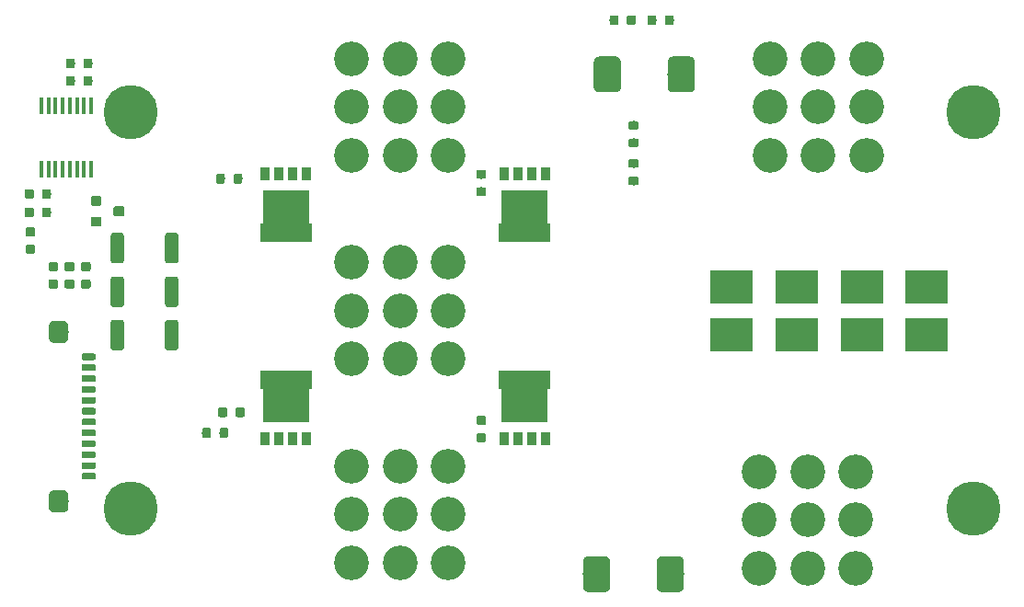
<source format=gbr>
G04 #@! TF.GenerationSoftware,KiCad,Pcbnew,(2017-05-10 revision 747583606)-makepkg*
G04 #@! TF.CreationDate,2017-05-29T23:11:27+02:00*
G04 #@! TF.ProjectId,Switch-N-Sense,5377697463682D4E2D53656E73652E6B,rev?*
G04 #@! TF.FileFunction,Soldermask,Top*
G04 #@! TF.FilePolarity,Negative*
%FSLAX46Y46*%
G04 Gerber Fmt 4.6, Leading zero omitted, Abs format (unit mm)*
G04 Created by KiCad (PCBNEW (2017-05-10 revision 747583606)-makepkg) date 05/29/17 23:11:27*
%MOMM*%
%LPD*%
G01*
G04 APERTURE LIST*
%ADD10C,0.100000*%
%ADD11R,0.450000X1.500000*%
%ADD12C,0.600000*%
%ADD13C,1.800000*%
%ADD14C,0.800000*%
%ADD15C,2.500000*%
%ADD16C,1.200000*%
%ADD17C,0.900000*%
%ADD18C,3.200000*%
%ADD19R,0.850000X1.300000*%
%ADD20R,4.350000X3.250000*%
%ADD21R,4.850000X1.700000*%
%ADD22C,5.000000*%
%ADD23R,4.000000X3.100000*%
G04 APERTURE END LIST*
D10*
D11*
X99525000Y-75750000D03*
X100175000Y-75750000D03*
X100825000Y-75750000D03*
X101475000Y-75750000D03*
X102125000Y-75750000D03*
X102775000Y-75750000D03*
X103425000Y-75750000D03*
X104075000Y-75750000D03*
X104075000Y-69850000D03*
X103425000Y-69850000D03*
X102775000Y-69850000D03*
X102125000Y-69850000D03*
X101475000Y-69850000D03*
X100825000Y-69850000D03*
X100175000Y-69850000D03*
X99525000Y-69850000D03*
D10*
G36*
X104364703Y-92700722D02*
X104379264Y-92702882D01*
X104393543Y-92706459D01*
X104407403Y-92711418D01*
X104420710Y-92717712D01*
X104433336Y-92725280D01*
X104445159Y-92734048D01*
X104456066Y-92743934D01*
X104465952Y-92754841D01*
X104474720Y-92766664D01*
X104482288Y-92779290D01*
X104488582Y-92792597D01*
X104493541Y-92806457D01*
X104497118Y-92820736D01*
X104499278Y-92835297D01*
X104500000Y-92850000D01*
X104500000Y-93150000D01*
X104499278Y-93164703D01*
X104497118Y-93179264D01*
X104493541Y-93193543D01*
X104488582Y-93207403D01*
X104482288Y-93220710D01*
X104474720Y-93233336D01*
X104465952Y-93245159D01*
X104456066Y-93256066D01*
X104445159Y-93265952D01*
X104433336Y-93274720D01*
X104420710Y-93282288D01*
X104407403Y-93288582D01*
X104393543Y-93293541D01*
X104379264Y-93297118D01*
X104364703Y-93299278D01*
X104350000Y-93300000D01*
X103350000Y-93300000D01*
X103335297Y-93299278D01*
X103320736Y-93297118D01*
X103306457Y-93293541D01*
X103292597Y-93288582D01*
X103279290Y-93282288D01*
X103266664Y-93274720D01*
X103254841Y-93265952D01*
X103243934Y-93256066D01*
X103234048Y-93245159D01*
X103225280Y-93233336D01*
X103217712Y-93220710D01*
X103211418Y-93207403D01*
X103206459Y-93193543D01*
X103202882Y-93179264D01*
X103200722Y-93164703D01*
X103200000Y-93150000D01*
X103200000Y-92850000D01*
X103200722Y-92835297D01*
X103202882Y-92820736D01*
X103206459Y-92806457D01*
X103211418Y-92792597D01*
X103217712Y-92779290D01*
X103225280Y-92766664D01*
X103234048Y-92754841D01*
X103243934Y-92743934D01*
X103254841Y-92734048D01*
X103266664Y-92725280D01*
X103279290Y-92717712D01*
X103292597Y-92711418D01*
X103306457Y-92706459D01*
X103320736Y-92702882D01*
X103335297Y-92700722D01*
X103350000Y-92700000D01*
X104350000Y-92700000D01*
X104364703Y-92700722D01*
X104364703Y-92700722D01*
G37*
D12*
X103850000Y-93000000D03*
D10*
G36*
X104364703Y-93700722D02*
X104379264Y-93702882D01*
X104393543Y-93706459D01*
X104407403Y-93711418D01*
X104420710Y-93717712D01*
X104433336Y-93725280D01*
X104445159Y-93734048D01*
X104456066Y-93743934D01*
X104465952Y-93754841D01*
X104474720Y-93766664D01*
X104482288Y-93779290D01*
X104488582Y-93792597D01*
X104493541Y-93806457D01*
X104497118Y-93820736D01*
X104499278Y-93835297D01*
X104500000Y-93850000D01*
X104500000Y-94150000D01*
X104499278Y-94164703D01*
X104497118Y-94179264D01*
X104493541Y-94193543D01*
X104488582Y-94207403D01*
X104482288Y-94220710D01*
X104474720Y-94233336D01*
X104465952Y-94245159D01*
X104456066Y-94256066D01*
X104445159Y-94265952D01*
X104433336Y-94274720D01*
X104420710Y-94282288D01*
X104407403Y-94288582D01*
X104393543Y-94293541D01*
X104379264Y-94297118D01*
X104364703Y-94299278D01*
X104350000Y-94300000D01*
X103350000Y-94300000D01*
X103335297Y-94299278D01*
X103320736Y-94297118D01*
X103306457Y-94293541D01*
X103292597Y-94288582D01*
X103279290Y-94282288D01*
X103266664Y-94274720D01*
X103254841Y-94265952D01*
X103243934Y-94256066D01*
X103234048Y-94245159D01*
X103225280Y-94233336D01*
X103217712Y-94220710D01*
X103211418Y-94207403D01*
X103206459Y-94193543D01*
X103202882Y-94179264D01*
X103200722Y-94164703D01*
X103200000Y-94150000D01*
X103200000Y-93850000D01*
X103200722Y-93835297D01*
X103202882Y-93820736D01*
X103206459Y-93806457D01*
X103211418Y-93792597D01*
X103217712Y-93779290D01*
X103225280Y-93766664D01*
X103234048Y-93754841D01*
X103243934Y-93743934D01*
X103254841Y-93734048D01*
X103266664Y-93725280D01*
X103279290Y-93717712D01*
X103292597Y-93711418D01*
X103306457Y-93706459D01*
X103320736Y-93702882D01*
X103335297Y-93700722D01*
X103350000Y-93700000D01*
X104350000Y-93700000D01*
X104364703Y-93700722D01*
X104364703Y-93700722D01*
G37*
D12*
X103850000Y-94000000D03*
D10*
G36*
X104364703Y-94700722D02*
X104379264Y-94702882D01*
X104393543Y-94706459D01*
X104407403Y-94711418D01*
X104420710Y-94717712D01*
X104433336Y-94725280D01*
X104445159Y-94734048D01*
X104456066Y-94743934D01*
X104465952Y-94754841D01*
X104474720Y-94766664D01*
X104482288Y-94779290D01*
X104488582Y-94792597D01*
X104493541Y-94806457D01*
X104497118Y-94820736D01*
X104499278Y-94835297D01*
X104500000Y-94850000D01*
X104500000Y-95150000D01*
X104499278Y-95164703D01*
X104497118Y-95179264D01*
X104493541Y-95193543D01*
X104488582Y-95207403D01*
X104482288Y-95220710D01*
X104474720Y-95233336D01*
X104465952Y-95245159D01*
X104456066Y-95256066D01*
X104445159Y-95265952D01*
X104433336Y-95274720D01*
X104420710Y-95282288D01*
X104407403Y-95288582D01*
X104393543Y-95293541D01*
X104379264Y-95297118D01*
X104364703Y-95299278D01*
X104350000Y-95300000D01*
X103350000Y-95300000D01*
X103335297Y-95299278D01*
X103320736Y-95297118D01*
X103306457Y-95293541D01*
X103292597Y-95288582D01*
X103279290Y-95282288D01*
X103266664Y-95274720D01*
X103254841Y-95265952D01*
X103243934Y-95256066D01*
X103234048Y-95245159D01*
X103225280Y-95233336D01*
X103217712Y-95220710D01*
X103211418Y-95207403D01*
X103206459Y-95193543D01*
X103202882Y-95179264D01*
X103200722Y-95164703D01*
X103200000Y-95150000D01*
X103200000Y-94850000D01*
X103200722Y-94835297D01*
X103202882Y-94820736D01*
X103206459Y-94806457D01*
X103211418Y-94792597D01*
X103217712Y-94779290D01*
X103225280Y-94766664D01*
X103234048Y-94754841D01*
X103243934Y-94743934D01*
X103254841Y-94734048D01*
X103266664Y-94725280D01*
X103279290Y-94717712D01*
X103292597Y-94711418D01*
X103306457Y-94706459D01*
X103320736Y-94702882D01*
X103335297Y-94700722D01*
X103350000Y-94700000D01*
X104350000Y-94700000D01*
X104364703Y-94700722D01*
X104364703Y-94700722D01*
G37*
D12*
X103850000Y-95000000D03*
D10*
G36*
X104364703Y-95700722D02*
X104379264Y-95702882D01*
X104393543Y-95706459D01*
X104407403Y-95711418D01*
X104420710Y-95717712D01*
X104433336Y-95725280D01*
X104445159Y-95734048D01*
X104456066Y-95743934D01*
X104465952Y-95754841D01*
X104474720Y-95766664D01*
X104482288Y-95779290D01*
X104488582Y-95792597D01*
X104493541Y-95806457D01*
X104497118Y-95820736D01*
X104499278Y-95835297D01*
X104500000Y-95850000D01*
X104500000Y-96150000D01*
X104499278Y-96164703D01*
X104497118Y-96179264D01*
X104493541Y-96193543D01*
X104488582Y-96207403D01*
X104482288Y-96220710D01*
X104474720Y-96233336D01*
X104465952Y-96245159D01*
X104456066Y-96256066D01*
X104445159Y-96265952D01*
X104433336Y-96274720D01*
X104420710Y-96282288D01*
X104407403Y-96288582D01*
X104393543Y-96293541D01*
X104379264Y-96297118D01*
X104364703Y-96299278D01*
X104350000Y-96300000D01*
X103350000Y-96300000D01*
X103335297Y-96299278D01*
X103320736Y-96297118D01*
X103306457Y-96293541D01*
X103292597Y-96288582D01*
X103279290Y-96282288D01*
X103266664Y-96274720D01*
X103254841Y-96265952D01*
X103243934Y-96256066D01*
X103234048Y-96245159D01*
X103225280Y-96233336D01*
X103217712Y-96220710D01*
X103211418Y-96207403D01*
X103206459Y-96193543D01*
X103202882Y-96179264D01*
X103200722Y-96164703D01*
X103200000Y-96150000D01*
X103200000Y-95850000D01*
X103200722Y-95835297D01*
X103202882Y-95820736D01*
X103206459Y-95806457D01*
X103211418Y-95792597D01*
X103217712Y-95779290D01*
X103225280Y-95766664D01*
X103234048Y-95754841D01*
X103243934Y-95743934D01*
X103254841Y-95734048D01*
X103266664Y-95725280D01*
X103279290Y-95717712D01*
X103292597Y-95711418D01*
X103306457Y-95706459D01*
X103320736Y-95702882D01*
X103335297Y-95700722D01*
X103350000Y-95700000D01*
X104350000Y-95700000D01*
X104364703Y-95700722D01*
X104364703Y-95700722D01*
G37*
D12*
X103850000Y-96000000D03*
D10*
G36*
X104364703Y-96700722D02*
X104379264Y-96702882D01*
X104393543Y-96706459D01*
X104407403Y-96711418D01*
X104420710Y-96717712D01*
X104433336Y-96725280D01*
X104445159Y-96734048D01*
X104456066Y-96743934D01*
X104465952Y-96754841D01*
X104474720Y-96766664D01*
X104482288Y-96779290D01*
X104488582Y-96792597D01*
X104493541Y-96806457D01*
X104497118Y-96820736D01*
X104499278Y-96835297D01*
X104500000Y-96850000D01*
X104500000Y-97150000D01*
X104499278Y-97164703D01*
X104497118Y-97179264D01*
X104493541Y-97193543D01*
X104488582Y-97207403D01*
X104482288Y-97220710D01*
X104474720Y-97233336D01*
X104465952Y-97245159D01*
X104456066Y-97256066D01*
X104445159Y-97265952D01*
X104433336Y-97274720D01*
X104420710Y-97282288D01*
X104407403Y-97288582D01*
X104393543Y-97293541D01*
X104379264Y-97297118D01*
X104364703Y-97299278D01*
X104350000Y-97300000D01*
X103350000Y-97300000D01*
X103335297Y-97299278D01*
X103320736Y-97297118D01*
X103306457Y-97293541D01*
X103292597Y-97288582D01*
X103279290Y-97282288D01*
X103266664Y-97274720D01*
X103254841Y-97265952D01*
X103243934Y-97256066D01*
X103234048Y-97245159D01*
X103225280Y-97233336D01*
X103217712Y-97220710D01*
X103211418Y-97207403D01*
X103206459Y-97193543D01*
X103202882Y-97179264D01*
X103200722Y-97164703D01*
X103200000Y-97150000D01*
X103200000Y-96850000D01*
X103200722Y-96835297D01*
X103202882Y-96820736D01*
X103206459Y-96806457D01*
X103211418Y-96792597D01*
X103217712Y-96779290D01*
X103225280Y-96766664D01*
X103234048Y-96754841D01*
X103243934Y-96743934D01*
X103254841Y-96734048D01*
X103266664Y-96725280D01*
X103279290Y-96717712D01*
X103292597Y-96711418D01*
X103306457Y-96706459D01*
X103320736Y-96702882D01*
X103335297Y-96700722D01*
X103350000Y-96700000D01*
X104350000Y-96700000D01*
X104364703Y-96700722D01*
X104364703Y-96700722D01*
G37*
D12*
X103850000Y-97000000D03*
D10*
G36*
X104364703Y-97700722D02*
X104379264Y-97702882D01*
X104393543Y-97706459D01*
X104407403Y-97711418D01*
X104420710Y-97717712D01*
X104433336Y-97725280D01*
X104445159Y-97734048D01*
X104456066Y-97743934D01*
X104465952Y-97754841D01*
X104474720Y-97766664D01*
X104482288Y-97779290D01*
X104488582Y-97792597D01*
X104493541Y-97806457D01*
X104497118Y-97820736D01*
X104499278Y-97835297D01*
X104500000Y-97850000D01*
X104500000Y-98150000D01*
X104499278Y-98164703D01*
X104497118Y-98179264D01*
X104493541Y-98193543D01*
X104488582Y-98207403D01*
X104482288Y-98220710D01*
X104474720Y-98233336D01*
X104465952Y-98245159D01*
X104456066Y-98256066D01*
X104445159Y-98265952D01*
X104433336Y-98274720D01*
X104420710Y-98282288D01*
X104407403Y-98288582D01*
X104393543Y-98293541D01*
X104379264Y-98297118D01*
X104364703Y-98299278D01*
X104350000Y-98300000D01*
X103350000Y-98300000D01*
X103335297Y-98299278D01*
X103320736Y-98297118D01*
X103306457Y-98293541D01*
X103292597Y-98288582D01*
X103279290Y-98282288D01*
X103266664Y-98274720D01*
X103254841Y-98265952D01*
X103243934Y-98256066D01*
X103234048Y-98245159D01*
X103225280Y-98233336D01*
X103217712Y-98220710D01*
X103211418Y-98207403D01*
X103206459Y-98193543D01*
X103202882Y-98179264D01*
X103200722Y-98164703D01*
X103200000Y-98150000D01*
X103200000Y-97850000D01*
X103200722Y-97835297D01*
X103202882Y-97820736D01*
X103206459Y-97806457D01*
X103211418Y-97792597D01*
X103217712Y-97779290D01*
X103225280Y-97766664D01*
X103234048Y-97754841D01*
X103243934Y-97743934D01*
X103254841Y-97734048D01*
X103266664Y-97725280D01*
X103279290Y-97717712D01*
X103292597Y-97711418D01*
X103306457Y-97706459D01*
X103320736Y-97702882D01*
X103335297Y-97700722D01*
X103350000Y-97700000D01*
X104350000Y-97700000D01*
X104364703Y-97700722D01*
X104364703Y-97700722D01*
G37*
D12*
X103850000Y-98000000D03*
D10*
G36*
X104364703Y-98700722D02*
X104379264Y-98702882D01*
X104393543Y-98706459D01*
X104407403Y-98711418D01*
X104420710Y-98717712D01*
X104433336Y-98725280D01*
X104445159Y-98734048D01*
X104456066Y-98743934D01*
X104465952Y-98754841D01*
X104474720Y-98766664D01*
X104482288Y-98779290D01*
X104488582Y-98792597D01*
X104493541Y-98806457D01*
X104497118Y-98820736D01*
X104499278Y-98835297D01*
X104500000Y-98850000D01*
X104500000Y-99150000D01*
X104499278Y-99164703D01*
X104497118Y-99179264D01*
X104493541Y-99193543D01*
X104488582Y-99207403D01*
X104482288Y-99220710D01*
X104474720Y-99233336D01*
X104465952Y-99245159D01*
X104456066Y-99256066D01*
X104445159Y-99265952D01*
X104433336Y-99274720D01*
X104420710Y-99282288D01*
X104407403Y-99288582D01*
X104393543Y-99293541D01*
X104379264Y-99297118D01*
X104364703Y-99299278D01*
X104350000Y-99300000D01*
X103350000Y-99300000D01*
X103335297Y-99299278D01*
X103320736Y-99297118D01*
X103306457Y-99293541D01*
X103292597Y-99288582D01*
X103279290Y-99282288D01*
X103266664Y-99274720D01*
X103254841Y-99265952D01*
X103243934Y-99256066D01*
X103234048Y-99245159D01*
X103225280Y-99233336D01*
X103217712Y-99220710D01*
X103211418Y-99207403D01*
X103206459Y-99193543D01*
X103202882Y-99179264D01*
X103200722Y-99164703D01*
X103200000Y-99150000D01*
X103200000Y-98850000D01*
X103200722Y-98835297D01*
X103202882Y-98820736D01*
X103206459Y-98806457D01*
X103211418Y-98792597D01*
X103217712Y-98779290D01*
X103225280Y-98766664D01*
X103234048Y-98754841D01*
X103243934Y-98743934D01*
X103254841Y-98734048D01*
X103266664Y-98725280D01*
X103279290Y-98717712D01*
X103292597Y-98711418D01*
X103306457Y-98706459D01*
X103320736Y-98702882D01*
X103335297Y-98700722D01*
X103350000Y-98700000D01*
X104350000Y-98700000D01*
X104364703Y-98700722D01*
X104364703Y-98700722D01*
G37*
D12*
X103850000Y-99000000D03*
D10*
G36*
X104364703Y-99700722D02*
X104379264Y-99702882D01*
X104393543Y-99706459D01*
X104407403Y-99711418D01*
X104420710Y-99717712D01*
X104433336Y-99725280D01*
X104445159Y-99734048D01*
X104456066Y-99743934D01*
X104465952Y-99754841D01*
X104474720Y-99766664D01*
X104482288Y-99779290D01*
X104488582Y-99792597D01*
X104493541Y-99806457D01*
X104497118Y-99820736D01*
X104499278Y-99835297D01*
X104500000Y-99850000D01*
X104500000Y-100150000D01*
X104499278Y-100164703D01*
X104497118Y-100179264D01*
X104493541Y-100193543D01*
X104488582Y-100207403D01*
X104482288Y-100220710D01*
X104474720Y-100233336D01*
X104465952Y-100245159D01*
X104456066Y-100256066D01*
X104445159Y-100265952D01*
X104433336Y-100274720D01*
X104420710Y-100282288D01*
X104407403Y-100288582D01*
X104393543Y-100293541D01*
X104379264Y-100297118D01*
X104364703Y-100299278D01*
X104350000Y-100300000D01*
X103350000Y-100300000D01*
X103335297Y-100299278D01*
X103320736Y-100297118D01*
X103306457Y-100293541D01*
X103292597Y-100288582D01*
X103279290Y-100282288D01*
X103266664Y-100274720D01*
X103254841Y-100265952D01*
X103243934Y-100256066D01*
X103234048Y-100245159D01*
X103225280Y-100233336D01*
X103217712Y-100220710D01*
X103211418Y-100207403D01*
X103206459Y-100193543D01*
X103202882Y-100179264D01*
X103200722Y-100164703D01*
X103200000Y-100150000D01*
X103200000Y-99850000D01*
X103200722Y-99835297D01*
X103202882Y-99820736D01*
X103206459Y-99806457D01*
X103211418Y-99792597D01*
X103217712Y-99779290D01*
X103225280Y-99766664D01*
X103234048Y-99754841D01*
X103243934Y-99743934D01*
X103254841Y-99734048D01*
X103266664Y-99725280D01*
X103279290Y-99717712D01*
X103292597Y-99711418D01*
X103306457Y-99706459D01*
X103320736Y-99702882D01*
X103335297Y-99700722D01*
X103350000Y-99700000D01*
X104350000Y-99700000D01*
X104364703Y-99700722D01*
X104364703Y-99700722D01*
G37*
D12*
X103850000Y-100000000D03*
D10*
G36*
X104364703Y-100700722D02*
X104379264Y-100702882D01*
X104393543Y-100706459D01*
X104407403Y-100711418D01*
X104420710Y-100717712D01*
X104433336Y-100725280D01*
X104445159Y-100734048D01*
X104456066Y-100743934D01*
X104465952Y-100754841D01*
X104474720Y-100766664D01*
X104482288Y-100779290D01*
X104488582Y-100792597D01*
X104493541Y-100806457D01*
X104497118Y-100820736D01*
X104499278Y-100835297D01*
X104500000Y-100850000D01*
X104500000Y-101150000D01*
X104499278Y-101164703D01*
X104497118Y-101179264D01*
X104493541Y-101193543D01*
X104488582Y-101207403D01*
X104482288Y-101220710D01*
X104474720Y-101233336D01*
X104465952Y-101245159D01*
X104456066Y-101256066D01*
X104445159Y-101265952D01*
X104433336Y-101274720D01*
X104420710Y-101282288D01*
X104407403Y-101288582D01*
X104393543Y-101293541D01*
X104379264Y-101297118D01*
X104364703Y-101299278D01*
X104350000Y-101300000D01*
X103350000Y-101300000D01*
X103335297Y-101299278D01*
X103320736Y-101297118D01*
X103306457Y-101293541D01*
X103292597Y-101288582D01*
X103279290Y-101282288D01*
X103266664Y-101274720D01*
X103254841Y-101265952D01*
X103243934Y-101256066D01*
X103234048Y-101245159D01*
X103225280Y-101233336D01*
X103217712Y-101220710D01*
X103211418Y-101207403D01*
X103206459Y-101193543D01*
X103202882Y-101179264D01*
X103200722Y-101164703D01*
X103200000Y-101150000D01*
X103200000Y-100850000D01*
X103200722Y-100835297D01*
X103202882Y-100820736D01*
X103206459Y-100806457D01*
X103211418Y-100792597D01*
X103217712Y-100779290D01*
X103225280Y-100766664D01*
X103234048Y-100754841D01*
X103243934Y-100743934D01*
X103254841Y-100734048D01*
X103266664Y-100725280D01*
X103279290Y-100717712D01*
X103292597Y-100711418D01*
X103306457Y-100706459D01*
X103320736Y-100702882D01*
X103335297Y-100700722D01*
X103350000Y-100700000D01*
X104350000Y-100700000D01*
X104364703Y-100700722D01*
X104364703Y-100700722D01*
G37*
D12*
X103850000Y-101000000D03*
D10*
G36*
X104364703Y-101700722D02*
X104379264Y-101702882D01*
X104393543Y-101706459D01*
X104407403Y-101711418D01*
X104420710Y-101717712D01*
X104433336Y-101725280D01*
X104445159Y-101734048D01*
X104456066Y-101743934D01*
X104465952Y-101754841D01*
X104474720Y-101766664D01*
X104482288Y-101779290D01*
X104488582Y-101792597D01*
X104493541Y-101806457D01*
X104497118Y-101820736D01*
X104499278Y-101835297D01*
X104500000Y-101850000D01*
X104500000Y-102150000D01*
X104499278Y-102164703D01*
X104497118Y-102179264D01*
X104493541Y-102193543D01*
X104488582Y-102207403D01*
X104482288Y-102220710D01*
X104474720Y-102233336D01*
X104465952Y-102245159D01*
X104456066Y-102256066D01*
X104445159Y-102265952D01*
X104433336Y-102274720D01*
X104420710Y-102282288D01*
X104407403Y-102288582D01*
X104393543Y-102293541D01*
X104379264Y-102297118D01*
X104364703Y-102299278D01*
X104350000Y-102300000D01*
X103350000Y-102300000D01*
X103335297Y-102299278D01*
X103320736Y-102297118D01*
X103306457Y-102293541D01*
X103292597Y-102288582D01*
X103279290Y-102282288D01*
X103266664Y-102274720D01*
X103254841Y-102265952D01*
X103243934Y-102256066D01*
X103234048Y-102245159D01*
X103225280Y-102233336D01*
X103217712Y-102220710D01*
X103211418Y-102207403D01*
X103206459Y-102193543D01*
X103202882Y-102179264D01*
X103200722Y-102164703D01*
X103200000Y-102150000D01*
X103200000Y-101850000D01*
X103200722Y-101835297D01*
X103202882Y-101820736D01*
X103206459Y-101806457D01*
X103211418Y-101792597D01*
X103217712Y-101779290D01*
X103225280Y-101766664D01*
X103234048Y-101754841D01*
X103243934Y-101743934D01*
X103254841Y-101734048D01*
X103266664Y-101725280D01*
X103279290Y-101717712D01*
X103292597Y-101711418D01*
X103306457Y-101706459D01*
X103320736Y-101702882D01*
X103335297Y-101700722D01*
X103350000Y-101700000D01*
X104350000Y-101700000D01*
X104364703Y-101700722D01*
X104364703Y-101700722D01*
G37*
D12*
X103850000Y-102000000D03*
D10*
G36*
X104364703Y-102700722D02*
X104379264Y-102702882D01*
X104393543Y-102706459D01*
X104407403Y-102711418D01*
X104420710Y-102717712D01*
X104433336Y-102725280D01*
X104445159Y-102734048D01*
X104456066Y-102743934D01*
X104465952Y-102754841D01*
X104474720Y-102766664D01*
X104482288Y-102779290D01*
X104488582Y-102792597D01*
X104493541Y-102806457D01*
X104497118Y-102820736D01*
X104499278Y-102835297D01*
X104500000Y-102850000D01*
X104500000Y-103150000D01*
X104499278Y-103164703D01*
X104497118Y-103179264D01*
X104493541Y-103193543D01*
X104488582Y-103207403D01*
X104482288Y-103220710D01*
X104474720Y-103233336D01*
X104465952Y-103245159D01*
X104456066Y-103256066D01*
X104445159Y-103265952D01*
X104433336Y-103274720D01*
X104420710Y-103282288D01*
X104407403Y-103288582D01*
X104393543Y-103293541D01*
X104379264Y-103297118D01*
X104364703Y-103299278D01*
X104350000Y-103300000D01*
X103350000Y-103300000D01*
X103335297Y-103299278D01*
X103320736Y-103297118D01*
X103306457Y-103293541D01*
X103292597Y-103288582D01*
X103279290Y-103282288D01*
X103266664Y-103274720D01*
X103254841Y-103265952D01*
X103243934Y-103256066D01*
X103234048Y-103245159D01*
X103225280Y-103233336D01*
X103217712Y-103220710D01*
X103211418Y-103207403D01*
X103206459Y-103193543D01*
X103202882Y-103179264D01*
X103200722Y-103164703D01*
X103200000Y-103150000D01*
X103200000Y-102850000D01*
X103200722Y-102835297D01*
X103202882Y-102820736D01*
X103206459Y-102806457D01*
X103211418Y-102792597D01*
X103217712Y-102779290D01*
X103225280Y-102766664D01*
X103234048Y-102754841D01*
X103243934Y-102743934D01*
X103254841Y-102734048D01*
X103266664Y-102725280D01*
X103279290Y-102717712D01*
X103292597Y-102711418D01*
X103306457Y-102706459D01*
X103320736Y-102702882D01*
X103335297Y-102700722D01*
X103350000Y-102700000D01*
X104350000Y-102700000D01*
X104364703Y-102700722D01*
X104364703Y-102700722D01*
G37*
D12*
X103850000Y-103000000D03*
D10*
G36*
X104364703Y-103700722D02*
X104379264Y-103702882D01*
X104393543Y-103706459D01*
X104407403Y-103711418D01*
X104420710Y-103717712D01*
X104433336Y-103725280D01*
X104445159Y-103734048D01*
X104456066Y-103743934D01*
X104465952Y-103754841D01*
X104474720Y-103766664D01*
X104482288Y-103779290D01*
X104488582Y-103792597D01*
X104493541Y-103806457D01*
X104497118Y-103820736D01*
X104499278Y-103835297D01*
X104500000Y-103850000D01*
X104500000Y-104150000D01*
X104499278Y-104164703D01*
X104497118Y-104179264D01*
X104493541Y-104193543D01*
X104488582Y-104207403D01*
X104482288Y-104220710D01*
X104474720Y-104233336D01*
X104465952Y-104245159D01*
X104456066Y-104256066D01*
X104445159Y-104265952D01*
X104433336Y-104274720D01*
X104420710Y-104282288D01*
X104407403Y-104288582D01*
X104393543Y-104293541D01*
X104379264Y-104297118D01*
X104364703Y-104299278D01*
X104350000Y-104300000D01*
X103350000Y-104300000D01*
X103335297Y-104299278D01*
X103320736Y-104297118D01*
X103306457Y-104293541D01*
X103292597Y-104288582D01*
X103279290Y-104282288D01*
X103266664Y-104274720D01*
X103254841Y-104265952D01*
X103243934Y-104256066D01*
X103234048Y-104245159D01*
X103225280Y-104233336D01*
X103217712Y-104220710D01*
X103211418Y-104207403D01*
X103206459Y-104193543D01*
X103202882Y-104179264D01*
X103200722Y-104164703D01*
X103200000Y-104150000D01*
X103200000Y-103850000D01*
X103200722Y-103835297D01*
X103202882Y-103820736D01*
X103206459Y-103806457D01*
X103211418Y-103792597D01*
X103217712Y-103779290D01*
X103225280Y-103766664D01*
X103234048Y-103754841D01*
X103243934Y-103743934D01*
X103254841Y-103734048D01*
X103266664Y-103725280D01*
X103279290Y-103717712D01*
X103292597Y-103711418D01*
X103306457Y-103706459D01*
X103320736Y-103702882D01*
X103335297Y-103700722D01*
X103350000Y-103700000D01*
X104350000Y-103700000D01*
X104364703Y-103700722D01*
X104364703Y-103700722D01*
G37*
D12*
X103850000Y-104000000D03*
D10*
G36*
X101594108Y-89702167D02*
X101637791Y-89708647D01*
X101680628Y-89719377D01*
X101722208Y-89734254D01*
X101762129Y-89753135D01*
X101800007Y-89775839D01*
X101835477Y-89802145D01*
X101868198Y-89831802D01*
X101897855Y-89864523D01*
X101924161Y-89899993D01*
X101946865Y-89937871D01*
X101965746Y-89977792D01*
X101980623Y-90019372D01*
X101991353Y-90062209D01*
X101997833Y-90105892D01*
X102000000Y-90150000D01*
X102000000Y-91250000D01*
X101997833Y-91294108D01*
X101991353Y-91337791D01*
X101980623Y-91380628D01*
X101965746Y-91422208D01*
X101946865Y-91462129D01*
X101924161Y-91500007D01*
X101897855Y-91535477D01*
X101868198Y-91568198D01*
X101835477Y-91597855D01*
X101800007Y-91624161D01*
X101762129Y-91646865D01*
X101722208Y-91665746D01*
X101680628Y-91680623D01*
X101637791Y-91691353D01*
X101594108Y-91697833D01*
X101550000Y-91700000D01*
X100650000Y-91700000D01*
X100605892Y-91697833D01*
X100562209Y-91691353D01*
X100519372Y-91680623D01*
X100477792Y-91665746D01*
X100437871Y-91646865D01*
X100399993Y-91624161D01*
X100364523Y-91597855D01*
X100331802Y-91568198D01*
X100302145Y-91535477D01*
X100275839Y-91500007D01*
X100253135Y-91462129D01*
X100234254Y-91422208D01*
X100219377Y-91380628D01*
X100208647Y-91337791D01*
X100202167Y-91294108D01*
X100200000Y-91250000D01*
X100200000Y-90150000D01*
X100202167Y-90105892D01*
X100208647Y-90062209D01*
X100219377Y-90019372D01*
X100234254Y-89977792D01*
X100253135Y-89937871D01*
X100275839Y-89899993D01*
X100302145Y-89864523D01*
X100331802Y-89831802D01*
X100364523Y-89802145D01*
X100399993Y-89775839D01*
X100437871Y-89753135D01*
X100477792Y-89734254D01*
X100519372Y-89719377D01*
X100562209Y-89708647D01*
X100605892Y-89702167D01*
X100650000Y-89700000D01*
X101550000Y-89700000D01*
X101594108Y-89702167D01*
X101594108Y-89702167D01*
G37*
D13*
X101100000Y-90700000D03*
D10*
G36*
X101594108Y-105302167D02*
X101637791Y-105308647D01*
X101680628Y-105319377D01*
X101722208Y-105334254D01*
X101762129Y-105353135D01*
X101800007Y-105375839D01*
X101835477Y-105402145D01*
X101868198Y-105431802D01*
X101897855Y-105464523D01*
X101924161Y-105499993D01*
X101946865Y-105537871D01*
X101965746Y-105577792D01*
X101980623Y-105619372D01*
X101991353Y-105662209D01*
X101997833Y-105705892D01*
X102000000Y-105750000D01*
X102000000Y-106850000D01*
X101997833Y-106894108D01*
X101991353Y-106937791D01*
X101980623Y-106980628D01*
X101965746Y-107022208D01*
X101946865Y-107062129D01*
X101924161Y-107100007D01*
X101897855Y-107135477D01*
X101868198Y-107168198D01*
X101835477Y-107197855D01*
X101800007Y-107224161D01*
X101762129Y-107246865D01*
X101722208Y-107265746D01*
X101680628Y-107280623D01*
X101637791Y-107291353D01*
X101594108Y-107297833D01*
X101550000Y-107300000D01*
X100650000Y-107300000D01*
X100605892Y-107297833D01*
X100562209Y-107291353D01*
X100519372Y-107280623D01*
X100477792Y-107265746D01*
X100437871Y-107246865D01*
X100399993Y-107224161D01*
X100364523Y-107197855D01*
X100331802Y-107168198D01*
X100302145Y-107135477D01*
X100275839Y-107100007D01*
X100253135Y-107062129D01*
X100234254Y-107022208D01*
X100219377Y-106980628D01*
X100208647Y-106937791D01*
X100202167Y-106894108D01*
X100200000Y-106850000D01*
X100200000Y-105750000D01*
X100202167Y-105705892D01*
X100208647Y-105662209D01*
X100219377Y-105619372D01*
X100234254Y-105577792D01*
X100253135Y-105537871D01*
X100275839Y-105499993D01*
X100302145Y-105464523D01*
X100331802Y-105431802D01*
X100364523Y-105402145D01*
X100399993Y-105375839D01*
X100437871Y-105353135D01*
X100477792Y-105334254D01*
X100519372Y-105319377D01*
X100562209Y-105308647D01*
X100605892Y-105302167D01*
X100650000Y-105300000D01*
X101550000Y-105300000D01*
X101594108Y-105302167D01*
X101594108Y-105302167D01*
G37*
D13*
X101100000Y-106300000D03*
D10*
G36*
X154055683Y-61550770D02*
X154071214Y-61553074D01*
X154086446Y-61556890D01*
X154101229Y-61562179D01*
X154115423Y-61568893D01*
X154128891Y-61576965D01*
X154141503Y-61586318D01*
X154153137Y-61596863D01*
X154163682Y-61608497D01*
X154173035Y-61621109D01*
X154181107Y-61634577D01*
X154187821Y-61648771D01*
X154193110Y-61663554D01*
X154196926Y-61678786D01*
X154199230Y-61694317D01*
X154200000Y-61710000D01*
X154200000Y-62290000D01*
X154199230Y-62305683D01*
X154196926Y-62321214D01*
X154193110Y-62336446D01*
X154187821Y-62351229D01*
X154181107Y-62365423D01*
X154173035Y-62378891D01*
X154163682Y-62391503D01*
X154153137Y-62403137D01*
X154141503Y-62413682D01*
X154128891Y-62423035D01*
X154115423Y-62431107D01*
X154101229Y-62437821D01*
X154086446Y-62443110D01*
X154071214Y-62446926D01*
X154055683Y-62449230D01*
X154040000Y-62450000D01*
X153560000Y-62450000D01*
X153544317Y-62449230D01*
X153528786Y-62446926D01*
X153513554Y-62443110D01*
X153498771Y-62437821D01*
X153484577Y-62431107D01*
X153471109Y-62423035D01*
X153458497Y-62413682D01*
X153446863Y-62403137D01*
X153436318Y-62391503D01*
X153426965Y-62378891D01*
X153418893Y-62365423D01*
X153412179Y-62351229D01*
X153406890Y-62336446D01*
X153403074Y-62321214D01*
X153400770Y-62305683D01*
X153400000Y-62290000D01*
X153400000Y-61710000D01*
X153400770Y-61694317D01*
X153403074Y-61678786D01*
X153406890Y-61663554D01*
X153412179Y-61648771D01*
X153418893Y-61634577D01*
X153426965Y-61621109D01*
X153436318Y-61608497D01*
X153446863Y-61596863D01*
X153458497Y-61586318D01*
X153471109Y-61576965D01*
X153484577Y-61568893D01*
X153498771Y-61562179D01*
X153513554Y-61556890D01*
X153528786Y-61553074D01*
X153544317Y-61550770D01*
X153560000Y-61550000D01*
X154040000Y-61550000D01*
X154055683Y-61550770D01*
X154055683Y-61550770D01*
G37*
D14*
X153800000Y-62000000D03*
D10*
G36*
X152455683Y-61550770D02*
X152471214Y-61553074D01*
X152486446Y-61556890D01*
X152501229Y-61562179D01*
X152515423Y-61568893D01*
X152528891Y-61576965D01*
X152541503Y-61586318D01*
X152553137Y-61596863D01*
X152563682Y-61608497D01*
X152573035Y-61621109D01*
X152581107Y-61634577D01*
X152587821Y-61648771D01*
X152593110Y-61663554D01*
X152596926Y-61678786D01*
X152599230Y-61694317D01*
X152600000Y-61710000D01*
X152600000Y-62290000D01*
X152599230Y-62305683D01*
X152596926Y-62321214D01*
X152593110Y-62336446D01*
X152587821Y-62351229D01*
X152581107Y-62365423D01*
X152573035Y-62378891D01*
X152563682Y-62391503D01*
X152553137Y-62403137D01*
X152541503Y-62413682D01*
X152528891Y-62423035D01*
X152515423Y-62431107D01*
X152501229Y-62437821D01*
X152486446Y-62443110D01*
X152471214Y-62446926D01*
X152455683Y-62449230D01*
X152440000Y-62450000D01*
X151960000Y-62450000D01*
X151944317Y-62449230D01*
X151928786Y-62446926D01*
X151913554Y-62443110D01*
X151898771Y-62437821D01*
X151884577Y-62431107D01*
X151871109Y-62423035D01*
X151858497Y-62413682D01*
X151846863Y-62403137D01*
X151836318Y-62391503D01*
X151826965Y-62378891D01*
X151818893Y-62365423D01*
X151812179Y-62351229D01*
X151806890Y-62336446D01*
X151803074Y-62321214D01*
X151800770Y-62305683D01*
X151800000Y-62290000D01*
X151800000Y-61710000D01*
X151800770Y-61694317D01*
X151803074Y-61678786D01*
X151806890Y-61663554D01*
X151812179Y-61648771D01*
X151818893Y-61634577D01*
X151826965Y-61621109D01*
X151836318Y-61608497D01*
X151846863Y-61596863D01*
X151858497Y-61586318D01*
X151871109Y-61576965D01*
X151884577Y-61568893D01*
X151898771Y-61562179D01*
X151913554Y-61556890D01*
X151928786Y-61553074D01*
X151944317Y-61550770D01*
X151960000Y-61550000D01*
X152440000Y-61550000D01*
X152455683Y-61550770D01*
X152455683Y-61550770D01*
G37*
D14*
X152200000Y-62000000D03*
D10*
G36*
X98655683Y-79250770D02*
X98671214Y-79253074D01*
X98686446Y-79256890D01*
X98701229Y-79262179D01*
X98715423Y-79268893D01*
X98728891Y-79276965D01*
X98741503Y-79286318D01*
X98753137Y-79296863D01*
X98763682Y-79308497D01*
X98773035Y-79321109D01*
X98781107Y-79334577D01*
X98787821Y-79348771D01*
X98793110Y-79363554D01*
X98796926Y-79378786D01*
X98799230Y-79394317D01*
X98800000Y-79410000D01*
X98800000Y-79990000D01*
X98799230Y-80005683D01*
X98796926Y-80021214D01*
X98793110Y-80036446D01*
X98787821Y-80051229D01*
X98781107Y-80065423D01*
X98773035Y-80078891D01*
X98763682Y-80091503D01*
X98753137Y-80103137D01*
X98741503Y-80113682D01*
X98728891Y-80123035D01*
X98715423Y-80131107D01*
X98701229Y-80137821D01*
X98686446Y-80143110D01*
X98671214Y-80146926D01*
X98655683Y-80149230D01*
X98640000Y-80150000D01*
X98160000Y-80150000D01*
X98144317Y-80149230D01*
X98128786Y-80146926D01*
X98113554Y-80143110D01*
X98098771Y-80137821D01*
X98084577Y-80131107D01*
X98071109Y-80123035D01*
X98058497Y-80113682D01*
X98046863Y-80103137D01*
X98036318Y-80091503D01*
X98026965Y-80078891D01*
X98018893Y-80065423D01*
X98012179Y-80051229D01*
X98006890Y-80036446D01*
X98003074Y-80021214D01*
X98000770Y-80005683D01*
X98000000Y-79990000D01*
X98000000Y-79410000D01*
X98000770Y-79394317D01*
X98003074Y-79378786D01*
X98006890Y-79363554D01*
X98012179Y-79348771D01*
X98018893Y-79334577D01*
X98026965Y-79321109D01*
X98036318Y-79308497D01*
X98046863Y-79296863D01*
X98058497Y-79286318D01*
X98071109Y-79276965D01*
X98084577Y-79268893D01*
X98098771Y-79262179D01*
X98113554Y-79256890D01*
X98128786Y-79253074D01*
X98144317Y-79250770D01*
X98160000Y-79250000D01*
X98640000Y-79250000D01*
X98655683Y-79250770D01*
X98655683Y-79250770D01*
G37*
D14*
X98400000Y-79700000D03*
D10*
G36*
X100255683Y-79250770D02*
X100271214Y-79253074D01*
X100286446Y-79256890D01*
X100301229Y-79262179D01*
X100315423Y-79268893D01*
X100328891Y-79276965D01*
X100341503Y-79286318D01*
X100353137Y-79296863D01*
X100363682Y-79308497D01*
X100373035Y-79321109D01*
X100381107Y-79334577D01*
X100387821Y-79348771D01*
X100393110Y-79363554D01*
X100396926Y-79378786D01*
X100399230Y-79394317D01*
X100400000Y-79410000D01*
X100400000Y-79990000D01*
X100399230Y-80005683D01*
X100396926Y-80021214D01*
X100393110Y-80036446D01*
X100387821Y-80051229D01*
X100381107Y-80065423D01*
X100373035Y-80078891D01*
X100363682Y-80091503D01*
X100353137Y-80103137D01*
X100341503Y-80113682D01*
X100328891Y-80123035D01*
X100315423Y-80131107D01*
X100301229Y-80137821D01*
X100286446Y-80143110D01*
X100271214Y-80146926D01*
X100255683Y-80149230D01*
X100240000Y-80150000D01*
X99760000Y-80150000D01*
X99744317Y-80149230D01*
X99728786Y-80146926D01*
X99713554Y-80143110D01*
X99698771Y-80137821D01*
X99684577Y-80131107D01*
X99671109Y-80123035D01*
X99658497Y-80113682D01*
X99646863Y-80103137D01*
X99636318Y-80091503D01*
X99626965Y-80078891D01*
X99618893Y-80065423D01*
X99612179Y-80051229D01*
X99606890Y-80036446D01*
X99603074Y-80021214D01*
X99600770Y-80005683D01*
X99600000Y-79990000D01*
X99600000Y-79410000D01*
X99600770Y-79394317D01*
X99603074Y-79378786D01*
X99606890Y-79363554D01*
X99612179Y-79348771D01*
X99618893Y-79334577D01*
X99626965Y-79321109D01*
X99636318Y-79308497D01*
X99646863Y-79296863D01*
X99658497Y-79286318D01*
X99671109Y-79276965D01*
X99684577Y-79268893D01*
X99698771Y-79262179D01*
X99713554Y-79256890D01*
X99728786Y-79253074D01*
X99744317Y-79250770D01*
X99760000Y-79250000D01*
X100240000Y-79250000D01*
X100255683Y-79250770D01*
X100255683Y-79250770D01*
G37*
D14*
X100000000Y-79700000D03*
D10*
G36*
X154305683Y-71300770D02*
X154321214Y-71303074D01*
X154336446Y-71306890D01*
X154351229Y-71312179D01*
X154365423Y-71318893D01*
X154378891Y-71326965D01*
X154391503Y-71336318D01*
X154403137Y-71346863D01*
X154413682Y-71358497D01*
X154423035Y-71371109D01*
X154431107Y-71384577D01*
X154437821Y-71398771D01*
X154443110Y-71413554D01*
X154446926Y-71428786D01*
X154449230Y-71444317D01*
X154450000Y-71460000D01*
X154450000Y-71940000D01*
X154449230Y-71955683D01*
X154446926Y-71971214D01*
X154443110Y-71986446D01*
X154437821Y-72001229D01*
X154431107Y-72015423D01*
X154423035Y-72028891D01*
X154413682Y-72041503D01*
X154403137Y-72053137D01*
X154391503Y-72063682D01*
X154378891Y-72073035D01*
X154365423Y-72081107D01*
X154351229Y-72087821D01*
X154336446Y-72093110D01*
X154321214Y-72096926D01*
X154305683Y-72099230D01*
X154290000Y-72100000D01*
X153710000Y-72100000D01*
X153694317Y-72099230D01*
X153678786Y-72096926D01*
X153663554Y-72093110D01*
X153648771Y-72087821D01*
X153634577Y-72081107D01*
X153621109Y-72073035D01*
X153608497Y-72063682D01*
X153596863Y-72053137D01*
X153586318Y-72041503D01*
X153576965Y-72028891D01*
X153568893Y-72015423D01*
X153562179Y-72001229D01*
X153556890Y-71986446D01*
X153553074Y-71971214D01*
X153550770Y-71955683D01*
X153550000Y-71940000D01*
X153550000Y-71460000D01*
X153550770Y-71444317D01*
X153553074Y-71428786D01*
X153556890Y-71413554D01*
X153562179Y-71398771D01*
X153568893Y-71384577D01*
X153576965Y-71371109D01*
X153586318Y-71358497D01*
X153596863Y-71346863D01*
X153608497Y-71336318D01*
X153621109Y-71326965D01*
X153634577Y-71318893D01*
X153648771Y-71312179D01*
X153663554Y-71306890D01*
X153678786Y-71303074D01*
X153694317Y-71300770D01*
X153710000Y-71300000D01*
X154290000Y-71300000D01*
X154305683Y-71300770D01*
X154305683Y-71300770D01*
G37*
D14*
X154000000Y-71700000D03*
D10*
G36*
X154305683Y-72900770D02*
X154321214Y-72903074D01*
X154336446Y-72906890D01*
X154351229Y-72912179D01*
X154365423Y-72918893D01*
X154378891Y-72926965D01*
X154391503Y-72936318D01*
X154403137Y-72946863D01*
X154413682Y-72958497D01*
X154423035Y-72971109D01*
X154431107Y-72984577D01*
X154437821Y-72998771D01*
X154443110Y-73013554D01*
X154446926Y-73028786D01*
X154449230Y-73044317D01*
X154450000Y-73060000D01*
X154450000Y-73540000D01*
X154449230Y-73555683D01*
X154446926Y-73571214D01*
X154443110Y-73586446D01*
X154437821Y-73601229D01*
X154431107Y-73615423D01*
X154423035Y-73628891D01*
X154413682Y-73641503D01*
X154403137Y-73653137D01*
X154391503Y-73663682D01*
X154378891Y-73673035D01*
X154365423Y-73681107D01*
X154351229Y-73687821D01*
X154336446Y-73693110D01*
X154321214Y-73696926D01*
X154305683Y-73699230D01*
X154290000Y-73700000D01*
X153710000Y-73700000D01*
X153694317Y-73699230D01*
X153678786Y-73696926D01*
X153663554Y-73693110D01*
X153648771Y-73687821D01*
X153634577Y-73681107D01*
X153621109Y-73673035D01*
X153608497Y-73663682D01*
X153596863Y-73653137D01*
X153586318Y-73641503D01*
X153576965Y-73628891D01*
X153568893Y-73615423D01*
X153562179Y-73601229D01*
X153556890Y-73586446D01*
X153553074Y-73571214D01*
X153550770Y-73555683D01*
X153550000Y-73540000D01*
X153550000Y-73060000D01*
X153550770Y-73044317D01*
X153553074Y-73028786D01*
X153556890Y-73013554D01*
X153562179Y-72998771D01*
X153568893Y-72984577D01*
X153576965Y-72971109D01*
X153586318Y-72958497D01*
X153596863Y-72946863D01*
X153608497Y-72936318D01*
X153621109Y-72926965D01*
X153634577Y-72918893D01*
X153648771Y-72912179D01*
X153663554Y-72906890D01*
X153678786Y-72903074D01*
X153694317Y-72900770D01*
X153710000Y-72900000D01*
X154290000Y-72900000D01*
X154305683Y-72900770D01*
X154305683Y-72900770D01*
G37*
D14*
X154000000Y-73300000D03*
D10*
G36*
X104055683Y-67150770D02*
X104071214Y-67153074D01*
X104086446Y-67156890D01*
X104101229Y-67162179D01*
X104115423Y-67168893D01*
X104128891Y-67176965D01*
X104141503Y-67186318D01*
X104153137Y-67196863D01*
X104163682Y-67208497D01*
X104173035Y-67221109D01*
X104181107Y-67234577D01*
X104187821Y-67248771D01*
X104193110Y-67263554D01*
X104196926Y-67278786D01*
X104199230Y-67294317D01*
X104200000Y-67310000D01*
X104200000Y-67890000D01*
X104199230Y-67905683D01*
X104196926Y-67921214D01*
X104193110Y-67936446D01*
X104187821Y-67951229D01*
X104181107Y-67965423D01*
X104173035Y-67978891D01*
X104163682Y-67991503D01*
X104153137Y-68003137D01*
X104141503Y-68013682D01*
X104128891Y-68023035D01*
X104115423Y-68031107D01*
X104101229Y-68037821D01*
X104086446Y-68043110D01*
X104071214Y-68046926D01*
X104055683Y-68049230D01*
X104040000Y-68050000D01*
X103560000Y-68050000D01*
X103544317Y-68049230D01*
X103528786Y-68046926D01*
X103513554Y-68043110D01*
X103498771Y-68037821D01*
X103484577Y-68031107D01*
X103471109Y-68023035D01*
X103458497Y-68013682D01*
X103446863Y-68003137D01*
X103436318Y-67991503D01*
X103426965Y-67978891D01*
X103418893Y-67965423D01*
X103412179Y-67951229D01*
X103406890Y-67936446D01*
X103403074Y-67921214D01*
X103400770Y-67905683D01*
X103400000Y-67890000D01*
X103400000Y-67310000D01*
X103400770Y-67294317D01*
X103403074Y-67278786D01*
X103406890Y-67263554D01*
X103412179Y-67248771D01*
X103418893Y-67234577D01*
X103426965Y-67221109D01*
X103436318Y-67208497D01*
X103446863Y-67196863D01*
X103458497Y-67186318D01*
X103471109Y-67176965D01*
X103484577Y-67168893D01*
X103498771Y-67162179D01*
X103513554Y-67156890D01*
X103528786Y-67153074D01*
X103544317Y-67150770D01*
X103560000Y-67150000D01*
X104040000Y-67150000D01*
X104055683Y-67150770D01*
X104055683Y-67150770D01*
G37*
D14*
X103800000Y-67600000D03*
D10*
G36*
X102455683Y-67150770D02*
X102471214Y-67153074D01*
X102486446Y-67156890D01*
X102501229Y-67162179D01*
X102515423Y-67168893D01*
X102528891Y-67176965D01*
X102541503Y-67186318D01*
X102553137Y-67196863D01*
X102563682Y-67208497D01*
X102573035Y-67221109D01*
X102581107Y-67234577D01*
X102587821Y-67248771D01*
X102593110Y-67263554D01*
X102596926Y-67278786D01*
X102599230Y-67294317D01*
X102600000Y-67310000D01*
X102600000Y-67890000D01*
X102599230Y-67905683D01*
X102596926Y-67921214D01*
X102593110Y-67936446D01*
X102587821Y-67951229D01*
X102581107Y-67965423D01*
X102573035Y-67978891D01*
X102563682Y-67991503D01*
X102553137Y-68003137D01*
X102541503Y-68013682D01*
X102528891Y-68023035D01*
X102515423Y-68031107D01*
X102501229Y-68037821D01*
X102486446Y-68043110D01*
X102471214Y-68046926D01*
X102455683Y-68049230D01*
X102440000Y-68050000D01*
X101960000Y-68050000D01*
X101944317Y-68049230D01*
X101928786Y-68046926D01*
X101913554Y-68043110D01*
X101898771Y-68037821D01*
X101884577Y-68031107D01*
X101871109Y-68023035D01*
X101858497Y-68013682D01*
X101846863Y-68003137D01*
X101836318Y-67991503D01*
X101826965Y-67978891D01*
X101818893Y-67965423D01*
X101812179Y-67951229D01*
X101806890Y-67936446D01*
X101803074Y-67921214D01*
X101800770Y-67905683D01*
X101800000Y-67890000D01*
X101800000Y-67310000D01*
X101800770Y-67294317D01*
X101803074Y-67278786D01*
X101806890Y-67263554D01*
X101812179Y-67248771D01*
X101818893Y-67234577D01*
X101826965Y-67221109D01*
X101836318Y-67208497D01*
X101846863Y-67196863D01*
X101858497Y-67186318D01*
X101871109Y-67176965D01*
X101884577Y-67168893D01*
X101898771Y-67162179D01*
X101913554Y-67156890D01*
X101928786Y-67153074D01*
X101944317Y-67150770D01*
X101960000Y-67150000D01*
X102440000Y-67150000D01*
X102455683Y-67150770D01*
X102455683Y-67150770D01*
G37*
D14*
X102200000Y-67600000D03*
D10*
G36*
X157555683Y-61550770D02*
X157571214Y-61553074D01*
X157586446Y-61556890D01*
X157601229Y-61562179D01*
X157615423Y-61568893D01*
X157628891Y-61576965D01*
X157641503Y-61586318D01*
X157653137Y-61596863D01*
X157663682Y-61608497D01*
X157673035Y-61621109D01*
X157681107Y-61634577D01*
X157687821Y-61648771D01*
X157693110Y-61663554D01*
X157696926Y-61678786D01*
X157699230Y-61694317D01*
X157700000Y-61710000D01*
X157700000Y-62290000D01*
X157699230Y-62305683D01*
X157696926Y-62321214D01*
X157693110Y-62336446D01*
X157687821Y-62351229D01*
X157681107Y-62365423D01*
X157673035Y-62378891D01*
X157663682Y-62391503D01*
X157653137Y-62403137D01*
X157641503Y-62413682D01*
X157628891Y-62423035D01*
X157615423Y-62431107D01*
X157601229Y-62437821D01*
X157586446Y-62443110D01*
X157571214Y-62446926D01*
X157555683Y-62449230D01*
X157540000Y-62450000D01*
X157060000Y-62450000D01*
X157044317Y-62449230D01*
X157028786Y-62446926D01*
X157013554Y-62443110D01*
X156998771Y-62437821D01*
X156984577Y-62431107D01*
X156971109Y-62423035D01*
X156958497Y-62413682D01*
X156946863Y-62403137D01*
X156936318Y-62391503D01*
X156926965Y-62378891D01*
X156918893Y-62365423D01*
X156912179Y-62351229D01*
X156906890Y-62336446D01*
X156903074Y-62321214D01*
X156900770Y-62305683D01*
X156900000Y-62290000D01*
X156900000Y-61710000D01*
X156900770Y-61694317D01*
X156903074Y-61678786D01*
X156906890Y-61663554D01*
X156912179Y-61648771D01*
X156918893Y-61634577D01*
X156926965Y-61621109D01*
X156936318Y-61608497D01*
X156946863Y-61596863D01*
X156958497Y-61586318D01*
X156971109Y-61576965D01*
X156984577Y-61568893D01*
X156998771Y-61562179D01*
X157013554Y-61556890D01*
X157028786Y-61553074D01*
X157044317Y-61550770D01*
X157060000Y-61550000D01*
X157540000Y-61550000D01*
X157555683Y-61550770D01*
X157555683Y-61550770D01*
G37*
D14*
X157300000Y-62000000D03*
D10*
G36*
X155955683Y-61550770D02*
X155971214Y-61553074D01*
X155986446Y-61556890D01*
X156001229Y-61562179D01*
X156015423Y-61568893D01*
X156028891Y-61576965D01*
X156041503Y-61586318D01*
X156053137Y-61596863D01*
X156063682Y-61608497D01*
X156073035Y-61621109D01*
X156081107Y-61634577D01*
X156087821Y-61648771D01*
X156093110Y-61663554D01*
X156096926Y-61678786D01*
X156099230Y-61694317D01*
X156100000Y-61710000D01*
X156100000Y-62290000D01*
X156099230Y-62305683D01*
X156096926Y-62321214D01*
X156093110Y-62336446D01*
X156087821Y-62351229D01*
X156081107Y-62365423D01*
X156073035Y-62378891D01*
X156063682Y-62391503D01*
X156053137Y-62403137D01*
X156041503Y-62413682D01*
X156028891Y-62423035D01*
X156015423Y-62431107D01*
X156001229Y-62437821D01*
X155986446Y-62443110D01*
X155971214Y-62446926D01*
X155955683Y-62449230D01*
X155940000Y-62450000D01*
X155460000Y-62450000D01*
X155444317Y-62449230D01*
X155428786Y-62446926D01*
X155413554Y-62443110D01*
X155398771Y-62437821D01*
X155384577Y-62431107D01*
X155371109Y-62423035D01*
X155358497Y-62413682D01*
X155346863Y-62403137D01*
X155336318Y-62391503D01*
X155326965Y-62378891D01*
X155318893Y-62365423D01*
X155312179Y-62351229D01*
X155306890Y-62336446D01*
X155303074Y-62321214D01*
X155300770Y-62305683D01*
X155300000Y-62290000D01*
X155300000Y-61710000D01*
X155300770Y-61694317D01*
X155303074Y-61678786D01*
X155306890Y-61663554D01*
X155312179Y-61648771D01*
X155318893Y-61634577D01*
X155326965Y-61621109D01*
X155336318Y-61608497D01*
X155346863Y-61596863D01*
X155358497Y-61586318D01*
X155371109Y-61576965D01*
X155384577Y-61568893D01*
X155398771Y-61562179D01*
X155413554Y-61556890D01*
X155428786Y-61553074D01*
X155444317Y-61550770D01*
X155460000Y-61550000D01*
X155940000Y-61550000D01*
X155955683Y-61550770D01*
X155955683Y-61550770D01*
G37*
D14*
X155700000Y-62000000D03*
D10*
G36*
X98655683Y-77550770D02*
X98671214Y-77553074D01*
X98686446Y-77556890D01*
X98701229Y-77562179D01*
X98715423Y-77568893D01*
X98728891Y-77576965D01*
X98741503Y-77586318D01*
X98753137Y-77596863D01*
X98763682Y-77608497D01*
X98773035Y-77621109D01*
X98781107Y-77634577D01*
X98787821Y-77648771D01*
X98793110Y-77663554D01*
X98796926Y-77678786D01*
X98799230Y-77694317D01*
X98800000Y-77710000D01*
X98800000Y-78290000D01*
X98799230Y-78305683D01*
X98796926Y-78321214D01*
X98793110Y-78336446D01*
X98787821Y-78351229D01*
X98781107Y-78365423D01*
X98773035Y-78378891D01*
X98763682Y-78391503D01*
X98753137Y-78403137D01*
X98741503Y-78413682D01*
X98728891Y-78423035D01*
X98715423Y-78431107D01*
X98701229Y-78437821D01*
X98686446Y-78443110D01*
X98671214Y-78446926D01*
X98655683Y-78449230D01*
X98640000Y-78450000D01*
X98160000Y-78450000D01*
X98144317Y-78449230D01*
X98128786Y-78446926D01*
X98113554Y-78443110D01*
X98098771Y-78437821D01*
X98084577Y-78431107D01*
X98071109Y-78423035D01*
X98058497Y-78413682D01*
X98046863Y-78403137D01*
X98036318Y-78391503D01*
X98026965Y-78378891D01*
X98018893Y-78365423D01*
X98012179Y-78351229D01*
X98006890Y-78336446D01*
X98003074Y-78321214D01*
X98000770Y-78305683D01*
X98000000Y-78290000D01*
X98000000Y-77710000D01*
X98000770Y-77694317D01*
X98003074Y-77678786D01*
X98006890Y-77663554D01*
X98012179Y-77648771D01*
X98018893Y-77634577D01*
X98026965Y-77621109D01*
X98036318Y-77608497D01*
X98046863Y-77596863D01*
X98058497Y-77586318D01*
X98071109Y-77576965D01*
X98084577Y-77568893D01*
X98098771Y-77562179D01*
X98113554Y-77556890D01*
X98128786Y-77553074D01*
X98144317Y-77550770D01*
X98160000Y-77550000D01*
X98640000Y-77550000D01*
X98655683Y-77550770D01*
X98655683Y-77550770D01*
G37*
D14*
X98400000Y-78000000D03*
D10*
G36*
X100255683Y-77550770D02*
X100271214Y-77553074D01*
X100286446Y-77556890D01*
X100301229Y-77562179D01*
X100315423Y-77568893D01*
X100328891Y-77576965D01*
X100341503Y-77586318D01*
X100353137Y-77596863D01*
X100363682Y-77608497D01*
X100373035Y-77621109D01*
X100381107Y-77634577D01*
X100387821Y-77648771D01*
X100393110Y-77663554D01*
X100396926Y-77678786D01*
X100399230Y-77694317D01*
X100400000Y-77710000D01*
X100400000Y-78290000D01*
X100399230Y-78305683D01*
X100396926Y-78321214D01*
X100393110Y-78336446D01*
X100387821Y-78351229D01*
X100381107Y-78365423D01*
X100373035Y-78378891D01*
X100363682Y-78391503D01*
X100353137Y-78403137D01*
X100341503Y-78413682D01*
X100328891Y-78423035D01*
X100315423Y-78431107D01*
X100301229Y-78437821D01*
X100286446Y-78443110D01*
X100271214Y-78446926D01*
X100255683Y-78449230D01*
X100240000Y-78450000D01*
X99760000Y-78450000D01*
X99744317Y-78449230D01*
X99728786Y-78446926D01*
X99713554Y-78443110D01*
X99698771Y-78437821D01*
X99684577Y-78431107D01*
X99671109Y-78423035D01*
X99658497Y-78413682D01*
X99646863Y-78403137D01*
X99636318Y-78391503D01*
X99626965Y-78378891D01*
X99618893Y-78365423D01*
X99612179Y-78351229D01*
X99606890Y-78336446D01*
X99603074Y-78321214D01*
X99600770Y-78305683D01*
X99600000Y-78290000D01*
X99600000Y-77710000D01*
X99600770Y-77694317D01*
X99603074Y-77678786D01*
X99606890Y-77663554D01*
X99612179Y-77648771D01*
X99618893Y-77634577D01*
X99626965Y-77621109D01*
X99636318Y-77608497D01*
X99646863Y-77596863D01*
X99658497Y-77586318D01*
X99671109Y-77576965D01*
X99684577Y-77568893D01*
X99698771Y-77562179D01*
X99713554Y-77556890D01*
X99728786Y-77553074D01*
X99744317Y-77550770D01*
X99760000Y-77550000D01*
X100240000Y-77550000D01*
X100255683Y-77550770D01*
X100255683Y-77550770D01*
G37*
D14*
X100000000Y-78000000D03*
D10*
G36*
X154305683Y-74800770D02*
X154321214Y-74803074D01*
X154336446Y-74806890D01*
X154351229Y-74812179D01*
X154365423Y-74818893D01*
X154378891Y-74826965D01*
X154391503Y-74836318D01*
X154403137Y-74846863D01*
X154413682Y-74858497D01*
X154423035Y-74871109D01*
X154431107Y-74884577D01*
X154437821Y-74898771D01*
X154443110Y-74913554D01*
X154446926Y-74928786D01*
X154449230Y-74944317D01*
X154450000Y-74960000D01*
X154450000Y-75440000D01*
X154449230Y-75455683D01*
X154446926Y-75471214D01*
X154443110Y-75486446D01*
X154437821Y-75501229D01*
X154431107Y-75515423D01*
X154423035Y-75528891D01*
X154413682Y-75541503D01*
X154403137Y-75553137D01*
X154391503Y-75563682D01*
X154378891Y-75573035D01*
X154365423Y-75581107D01*
X154351229Y-75587821D01*
X154336446Y-75593110D01*
X154321214Y-75596926D01*
X154305683Y-75599230D01*
X154290000Y-75600000D01*
X153710000Y-75600000D01*
X153694317Y-75599230D01*
X153678786Y-75596926D01*
X153663554Y-75593110D01*
X153648771Y-75587821D01*
X153634577Y-75581107D01*
X153621109Y-75573035D01*
X153608497Y-75563682D01*
X153596863Y-75553137D01*
X153586318Y-75541503D01*
X153576965Y-75528891D01*
X153568893Y-75515423D01*
X153562179Y-75501229D01*
X153556890Y-75486446D01*
X153553074Y-75471214D01*
X153550770Y-75455683D01*
X153550000Y-75440000D01*
X153550000Y-74960000D01*
X153550770Y-74944317D01*
X153553074Y-74928786D01*
X153556890Y-74913554D01*
X153562179Y-74898771D01*
X153568893Y-74884577D01*
X153576965Y-74871109D01*
X153586318Y-74858497D01*
X153596863Y-74846863D01*
X153608497Y-74836318D01*
X153621109Y-74826965D01*
X153634577Y-74818893D01*
X153648771Y-74812179D01*
X153663554Y-74806890D01*
X153678786Y-74803074D01*
X153694317Y-74800770D01*
X153710000Y-74800000D01*
X154290000Y-74800000D01*
X154305683Y-74800770D01*
X154305683Y-74800770D01*
G37*
D14*
X154000000Y-75200000D03*
D10*
G36*
X154305683Y-76400770D02*
X154321214Y-76403074D01*
X154336446Y-76406890D01*
X154351229Y-76412179D01*
X154365423Y-76418893D01*
X154378891Y-76426965D01*
X154391503Y-76436318D01*
X154403137Y-76446863D01*
X154413682Y-76458497D01*
X154423035Y-76471109D01*
X154431107Y-76484577D01*
X154437821Y-76498771D01*
X154443110Y-76513554D01*
X154446926Y-76528786D01*
X154449230Y-76544317D01*
X154450000Y-76560000D01*
X154450000Y-77040000D01*
X154449230Y-77055683D01*
X154446926Y-77071214D01*
X154443110Y-77086446D01*
X154437821Y-77101229D01*
X154431107Y-77115423D01*
X154423035Y-77128891D01*
X154413682Y-77141503D01*
X154403137Y-77153137D01*
X154391503Y-77163682D01*
X154378891Y-77173035D01*
X154365423Y-77181107D01*
X154351229Y-77187821D01*
X154336446Y-77193110D01*
X154321214Y-77196926D01*
X154305683Y-77199230D01*
X154290000Y-77200000D01*
X153710000Y-77200000D01*
X153694317Y-77199230D01*
X153678786Y-77196926D01*
X153663554Y-77193110D01*
X153648771Y-77187821D01*
X153634577Y-77181107D01*
X153621109Y-77173035D01*
X153608497Y-77163682D01*
X153596863Y-77153137D01*
X153586318Y-77141503D01*
X153576965Y-77128891D01*
X153568893Y-77115423D01*
X153562179Y-77101229D01*
X153556890Y-77086446D01*
X153553074Y-77071214D01*
X153550770Y-77055683D01*
X153550000Y-77040000D01*
X153550000Y-76560000D01*
X153550770Y-76544317D01*
X153553074Y-76528786D01*
X153556890Y-76513554D01*
X153562179Y-76498771D01*
X153568893Y-76484577D01*
X153576965Y-76471109D01*
X153586318Y-76458497D01*
X153596863Y-76446863D01*
X153608497Y-76436318D01*
X153621109Y-76426965D01*
X153634577Y-76418893D01*
X153648771Y-76412179D01*
X153663554Y-76406890D01*
X153678786Y-76403074D01*
X153694317Y-76400770D01*
X153710000Y-76400000D01*
X154290000Y-76400000D01*
X154305683Y-76400770D01*
X154305683Y-76400770D01*
G37*
D14*
X154000000Y-76800000D03*
D10*
G36*
X158199009Y-111352408D02*
X158247545Y-111359607D01*
X158295142Y-111371530D01*
X158341342Y-111388060D01*
X158385698Y-111409039D01*
X158427785Y-111434265D01*
X158467197Y-111463495D01*
X158503553Y-111496447D01*
X158536505Y-111532803D01*
X158565735Y-111572215D01*
X158590961Y-111614302D01*
X158611940Y-111658658D01*
X158628470Y-111704858D01*
X158640393Y-111752455D01*
X158647592Y-111800991D01*
X158650000Y-111850000D01*
X158650000Y-114150000D01*
X158647592Y-114199009D01*
X158640393Y-114247545D01*
X158628470Y-114295142D01*
X158611940Y-114341342D01*
X158590961Y-114385698D01*
X158565735Y-114427785D01*
X158536505Y-114467197D01*
X158503553Y-114503553D01*
X158467197Y-114536505D01*
X158427785Y-114565735D01*
X158385698Y-114590961D01*
X158341342Y-114611940D01*
X158295142Y-114628470D01*
X158247545Y-114640393D01*
X158199009Y-114647592D01*
X158150000Y-114650000D01*
X156650000Y-114650000D01*
X156600991Y-114647592D01*
X156552455Y-114640393D01*
X156504858Y-114628470D01*
X156458658Y-114611940D01*
X156414302Y-114590961D01*
X156372215Y-114565735D01*
X156332803Y-114536505D01*
X156296447Y-114503553D01*
X156263495Y-114467197D01*
X156234265Y-114427785D01*
X156209039Y-114385698D01*
X156188060Y-114341342D01*
X156171530Y-114295142D01*
X156159607Y-114247545D01*
X156152408Y-114199009D01*
X156150000Y-114150000D01*
X156150000Y-111850000D01*
X156152408Y-111800991D01*
X156159607Y-111752455D01*
X156171530Y-111704858D01*
X156188060Y-111658658D01*
X156209039Y-111614302D01*
X156234265Y-111572215D01*
X156263495Y-111532803D01*
X156296447Y-111496447D01*
X156332803Y-111463495D01*
X156372215Y-111434265D01*
X156414302Y-111409039D01*
X156458658Y-111388060D01*
X156504858Y-111371530D01*
X156552455Y-111359607D01*
X156600991Y-111352408D01*
X156650000Y-111350000D01*
X158150000Y-111350000D01*
X158199009Y-111352408D01*
X158199009Y-111352408D01*
G37*
D15*
X157400000Y-113000000D03*
D10*
G36*
X151399009Y-111352408D02*
X151447545Y-111359607D01*
X151495142Y-111371530D01*
X151541342Y-111388060D01*
X151585698Y-111409039D01*
X151627785Y-111434265D01*
X151667197Y-111463495D01*
X151703553Y-111496447D01*
X151736505Y-111532803D01*
X151765735Y-111572215D01*
X151790961Y-111614302D01*
X151811940Y-111658658D01*
X151828470Y-111704858D01*
X151840393Y-111752455D01*
X151847592Y-111800991D01*
X151850000Y-111850000D01*
X151850000Y-114150000D01*
X151847592Y-114199009D01*
X151840393Y-114247545D01*
X151828470Y-114295142D01*
X151811940Y-114341342D01*
X151790961Y-114385698D01*
X151765735Y-114427785D01*
X151736505Y-114467197D01*
X151703553Y-114503553D01*
X151667197Y-114536505D01*
X151627785Y-114565735D01*
X151585698Y-114590961D01*
X151541342Y-114611940D01*
X151495142Y-114628470D01*
X151447545Y-114640393D01*
X151399009Y-114647592D01*
X151350000Y-114650000D01*
X149850000Y-114650000D01*
X149800991Y-114647592D01*
X149752455Y-114640393D01*
X149704858Y-114628470D01*
X149658658Y-114611940D01*
X149614302Y-114590961D01*
X149572215Y-114565735D01*
X149532803Y-114536505D01*
X149496447Y-114503553D01*
X149463495Y-114467197D01*
X149434265Y-114427785D01*
X149409039Y-114385698D01*
X149388060Y-114341342D01*
X149371530Y-114295142D01*
X149359607Y-114247545D01*
X149352408Y-114199009D01*
X149350000Y-114150000D01*
X149350000Y-111850000D01*
X149352408Y-111800991D01*
X149359607Y-111752455D01*
X149371530Y-111704858D01*
X149388060Y-111658658D01*
X149409039Y-111614302D01*
X149434265Y-111572215D01*
X149463495Y-111532803D01*
X149496447Y-111496447D01*
X149532803Y-111463495D01*
X149572215Y-111434265D01*
X149614302Y-111409039D01*
X149658658Y-111388060D01*
X149704858Y-111371530D01*
X149752455Y-111359607D01*
X149800991Y-111352408D01*
X149850000Y-111350000D01*
X151350000Y-111350000D01*
X151399009Y-111352408D01*
X151399009Y-111352408D01*
G37*
D15*
X150600000Y-113000000D03*
D10*
G36*
X152399009Y-65352408D02*
X152447545Y-65359607D01*
X152495142Y-65371530D01*
X152541342Y-65388060D01*
X152585698Y-65409039D01*
X152627785Y-65434265D01*
X152667197Y-65463495D01*
X152703553Y-65496447D01*
X152736505Y-65532803D01*
X152765735Y-65572215D01*
X152790961Y-65614302D01*
X152811940Y-65658658D01*
X152828470Y-65704858D01*
X152840393Y-65752455D01*
X152847592Y-65800991D01*
X152850000Y-65850000D01*
X152850000Y-68150000D01*
X152847592Y-68199009D01*
X152840393Y-68247545D01*
X152828470Y-68295142D01*
X152811940Y-68341342D01*
X152790961Y-68385698D01*
X152765735Y-68427785D01*
X152736505Y-68467197D01*
X152703553Y-68503553D01*
X152667197Y-68536505D01*
X152627785Y-68565735D01*
X152585698Y-68590961D01*
X152541342Y-68611940D01*
X152495142Y-68628470D01*
X152447545Y-68640393D01*
X152399009Y-68647592D01*
X152350000Y-68650000D01*
X150850000Y-68650000D01*
X150800991Y-68647592D01*
X150752455Y-68640393D01*
X150704858Y-68628470D01*
X150658658Y-68611940D01*
X150614302Y-68590961D01*
X150572215Y-68565735D01*
X150532803Y-68536505D01*
X150496447Y-68503553D01*
X150463495Y-68467197D01*
X150434265Y-68427785D01*
X150409039Y-68385698D01*
X150388060Y-68341342D01*
X150371530Y-68295142D01*
X150359607Y-68247545D01*
X150352408Y-68199009D01*
X150350000Y-68150000D01*
X150350000Y-65850000D01*
X150352408Y-65800991D01*
X150359607Y-65752455D01*
X150371530Y-65704858D01*
X150388060Y-65658658D01*
X150409039Y-65614302D01*
X150434265Y-65572215D01*
X150463495Y-65532803D01*
X150496447Y-65496447D01*
X150532803Y-65463495D01*
X150572215Y-65434265D01*
X150614302Y-65409039D01*
X150658658Y-65388060D01*
X150704858Y-65371530D01*
X150752455Y-65359607D01*
X150800991Y-65352408D01*
X150850000Y-65350000D01*
X152350000Y-65350000D01*
X152399009Y-65352408D01*
X152399009Y-65352408D01*
G37*
D15*
X151600000Y-67000000D03*
D10*
G36*
X159199009Y-65352408D02*
X159247545Y-65359607D01*
X159295142Y-65371530D01*
X159341342Y-65388060D01*
X159385698Y-65409039D01*
X159427785Y-65434265D01*
X159467197Y-65463495D01*
X159503553Y-65496447D01*
X159536505Y-65532803D01*
X159565735Y-65572215D01*
X159590961Y-65614302D01*
X159611940Y-65658658D01*
X159628470Y-65704858D01*
X159640393Y-65752455D01*
X159647592Y-65800991D01*
X159650000Y-65850000D01*
X159650000Y-68150000D01*
X159647592Y-68199009D01*
X159640393Y-68247545D01*
X159628470Y-68295142D01*
X159611940Y-68341342D01*
X159590961Y-68385698D01*
X159565735Y-68427785D01*
X159536505Y-68467197D01*
X159503553Y-68503553D01*
X159467197Y-68536505D01*
X159427785Y-68565735D01*
X159385698Y-68590961D01*
X159341342Y-68611940D01*
X159295142Y-68628470D01*
X159247545Y-68640393D01*
X159199009Y-68647592D01*
X159150000Y-68650000D01*
X157650000Y-68650000D01*
X157600991Y-68647592D01*
X157552455Y-68640393D01*
X157504858Y-68628470D01*
X157458658Y-68611940D01*
X157414302Y-68590961D01*
X157372215Y-68565735D01*
X157332803Y-68536505D01*
X157296447Y-68503553D01*
X157263495Y-68467197D01*
X157234265Y-68427785D01*
X157209039Y-68385698D01*
X157188060Y-68341342D01*
X157171530Y-68295142D01*
X157159607Y-68247545D01*
X157152408Y-68199009D01*
X157150000Y-68150000D01*
X157150000Y-65850000D01*
X157152408Y-65800991D01*
X157159607Y-65752455D01*
X157171530Y-65704858D01*
X157188060Y-65658658D01*
X157209039Y-65614302D01*
X157234265Y-65572215D01*
X157263495Y-65532803D01*
X157296447Y-65496447D01*
X157332803Y-65463495D01*
X157372215Y-65434265D01*
X157414302Y-65409039D01*
X157458658Y-65388060D01*
X157504858Y-65371530D01*
X157552455Y-65359607D01*
X157600991Y-65352408D01*
X157650000Y-65350000D01*
X159150000Y-65350000D01*
X159199009Y-65352408D01*
X159199009Y-65352408D01*
G37*
D15*
X158400000Y-67000000D03*
D10*
G36*
X104055683Y-65550770D02*
X104071214Y-65553074D01*
X104086446Y-65556890D01*
X104101229Y-65562179D01*
X104115423Y-65568893D01*
X104128891Y-65576965D01*
X104141503Y-65586318D01*
X104153137Y-65596863D01*
X104163682Y-65608497D01*
X104173035Y-65621109D01*
X104181107Y-65634577D01*
X104187821Y-65648771D01*
X104193110Y-65663554D01*
X104196926Y-65678786D01*
X104199230Y-65694317D01*
X104200000Y-65710000D01*
X104200000Y-66290000D01*
X104199230Y-66305683D01*
X104196926Y-66321214D01*
X104193110Y-66336446D01*
X104187821Y-66351229D01*
X104181107Y-66365423D01*
X104173035Y-66378891D01*
X104163682Y-66391503D01*
X104153137Y-66403137D01*
X104141503Y-66413682D01*
X104128891Y-66423035D01*
X104115423Y-66431107D01*
X104101229Y-66437821D01*
X104086446Y-66443110D01*
X104071214Y-66446926D01*
X104055683Y-66449230D01*
X104040000Y-66450000D01*
X103560000Y-66450000D01*
X103544317Y-66449230D01*
X103528786Y-66446926D01*
X103513554Y-66443110D01*
X103498771Y-66437821D01*
X103484577Y-66431107D01*
X103471109Y-66423035D01*
X103458497Y-66413682D01*
X103446863Y-66403137D01*
X103436318Y-66391503D01*
X103426965Y-66378891D01*
X103418893Y-66365423D01*
X103412179Y-66351229D01*
X103406890Y-66336446D01*
X103403074Y-66321214D01*
X103400770Y-66305683D01*
X103400000Y-66290000D01*
X103400000Y-65710000D01*
X103400770Y-65694317D01*
X103403074Y-65678786D01*
X103406890Y-65663554D01*
X103412179Y-65648771D01*
X103418893Y-65634577D01*
X103426965Y-65621109D01*
X103436318Y-65608497D01*
X103446863Y-65596863D01*
X103458497Y-65586318D01*
X103471109Y-65576965D01*
X103484577Y-65568893D01*
X103498771Y-65562179D01*
X103513554Y-65556890D01*
X103528786Y-65553074D01*
X103544317Y-65550770D01*
X103560000Y-65550000D01*
X104040000Y-65550000D01*
X104055683Y-65550770D01*
X104055683Y-65550770D01*
G37*
D14*
X103800000Y-66000000D03*
D10*
G36*
X102455683Y-65550770D02*
X102471214Y-65553074D01*
X102486446Y-65556890D01*
X102501229Y-65562179D01*
X102515423Y-65568893D01*
X102528891Y-65576965D01*
X102541503Y-65586318D01*
X102553137Y-65596863D01*
X102563682Y-65608497D01*
X102573035Y-65621109D01*
X102581107Y-65634577D01*
X102587821Y-65648771D01*
X102593110Y-65663554D01*
X102596926Y-65678786D01*
X102599230Y-65694317D01*
X102600000Y-65710000D01*
X102600000Y-66290000D01*
X102599230Y-66305683D01*
X102596926Y-66321214D01*
X102593110Y-66336446D01*
X102587821Y-66351229D01*
X102581107Y-66365423D01*
X102573035Y-66378891D01*
X102563682Y-66391503D01*
X102553137Y-66403137D01*
X102541503Y-66413682D01*
X102528891Y-66423035D01*
X102515423Y-66431107D01*
X102501229Y-66437821D01*
X102486446Y-66443110D01*
X102471214Y-66446926D01*
X102455683Y-66449230D01*
X102440000Y-66450000D01*
X101960000Y-66450000D01*
X101944317Y-66449230D01*
X101928786Y-66446926D01*
X101913554Y-66443110D01*
X101898771Y-66437821D01*
X101884577Y-66431107D01*
X101871109Y-66423035D01*
X101858497Y-66413682D01*
X101846863Y-66403137D01*
X101836318Y-66391503D01*
X101826965Y-66378891D01*
X101818893Y-66365423D01*
X101812179Y-66351229D01*
X101806890Y-66336446D01*
X101803074Y-66321214D01*
X101800770Y-66305683D01*
X101800000Y-66290000D01*
X101800000Y-65710000D01*
X101800770Y-65694317D01*
X101803074Y-65678786D01*
X101806890Y-65663554D01*
X101812179Y-65648771D01*
X101818893Y-65634577D01*
X101826965Y-65621109D01*
X101836318Y-65608497D01*
X101846863Y-65596863D01*
X101858497Y-65586318D01*
X101871109Y-65576965D01*
X101884577Y-65568893D01*
X101898771Y-65562179D01*
X101913554Y-65556890D01*
X101928786Y-65553074D01*
X101944317Y-65550770D01*
X101960000Y-65550000D01*
X102440000Y-65550000D01*
X102455683Y-65550770D01*
X102455683Y-65550770D01*
G37*
D14*
X102200000Y-66000000D03*
D10*
G36*
X118055683Y-97650770D02*
X118071214Y-97653074D01*
X118086446Y-97656890D01*
X118101229Y-97662179D01*
X118115423Y-97668893D01*
X118128891Y-97676965D01*
X118141503Y-97686318D01*
X118153137Y-97696863D01*
X118163682Y-97708497D01*
X118173035Y-97721109D01*
X118181107Y-97734577D01*
X118187821Y-97748771D01*
X118193110Y-97763554D01*
X118196926Y-97778786D01*
X118199230Y-97794317D01*
X118200000Y-97810000D01*
X118200000Y-98390000D01*
X118199230Y-98405683D01*
X118196926Y-98421214D01*
X118193110Y-98436446D01*
X118187821Y-98451229D01*
X118181107Y-98465423D01*
X118173035Y-98478891D01*
X118163682Y-98491503D01*
X118153137Y-98503137D01*
X118141503Y-98513682D01*
X118128891Y-98523035D01*
X118115423Y-98531107D01*
X118101229Y-98537821D01*
X118086446Y-98543110D01*
X118071214Y-98546926D01*
X118055683Y-98549230D01*
X118040000Y-98550000D01*
X117560000Y-98550000D01*
X117544317Y-98549230D01*
X117528786Y-98546926D01*
X117513554Y-98543110D01*
X117498771Y-98537821D01*
X117484577Y-98531107D01*
X117471109Y-98523035D01*
X117458497Y-98513682D01*
X117446863Y-98503137D01*
X117436318Y-98491503D01*
X117426965Y-98478891D01*
X117418893Y-98465423D01*
X117412179Y-98451229D01*
X117406890Y-98436446D01*
X117403074Y-98421214D01*
X117400770Y-98405683D01*
X117400000Y-98390000D01*
X117400000Y-97810000D01*
X117400770Y-97794317D01*
X117403074Y-97778786D01*
X117406890Y-97763554D01*
X117412179Y-97748771D01*
X117418893Y-97734577D01*
X117426965Y-97721109D01*
X117436318Y-97708497D01*
X117446863Y-97696863D01*
X117458497Y-97686318D01*
X117471109Y-97676965D01*
X117484577Y-97668893D01*
X117498771Y-97662179D01*
X117513554Y-97656890D01*
X117528786Y-97653074D01*
X117544317Y-97650770D01*
X117560000Y-97650000D01*
X118040000Y-97650000D01*
X118055683Y-97650770D01*
X118055683Y-97650770D01*
G37*
D14*
X117800000Y-98100000D03*
D10*
G36*
X116455683Y-97650770D02*
X116471214Y-97653074D01*
X116486446Y-97656890D01*
X116501229Y-97662179D01*
X116515423Y-97668893D01*
X116528891Y-97676965D01*
X116541503Y-97686318D01*
X116553137Y-97696863D01*
X116563682Y-97708497D01*
X116573035Y-97721109D01*
X116581107Y-97734577D01*
X116587821Y-97748771D01*
X116593110Y-97763554D01*
X116596926Y-97778786D01*
X116599230Y-97794317D01*
X116600000Y-97810000D01*
X116600000Y-98390000D01*
X116599230Y-98405683D01*
X116596926Y-98421214D01*
X116593110Y-98436446D01*
X116587821Y-98451229D01*
X116581107Y-98465423D01*
X116573035Y-98478891D01*
X116563682Y-98491503D01*
X116553137Y-98503137D01*
X116541503Y-98513682D01*
X116528891Y-98523035D01*
X116515423Y-98531107D01*
X116501229Y-98537821D01*
X116486446Y-98543110D01*
X116471214Y-98546926D01*
X116455683Y-98549230D01*
X116440000Y-98550000D01*
X115960000Y-98550000D01*
X115944317Y-98549230D01*
X115928786Y-98546926D01*
X115913554Y-98543110D01*
X115898771Y-98537821D01*
X115884577Y-98531107D01*
X115871109Y-98523035D01*
X115858497Y-98513682D01*
X115846863Y-98503137D01*
X115836318Y-98491503D01*
X115826965Y-98478891D01*
X115818893Y-98465423D01*
X115812179Y-98451229D01*
X115806890Y-98436446D01*
X115803074Y-98421214D01*
X115800770Y-98405683D01*
X115800000Y-98390000D01*
X115800000Y-97810000D01*
X115800770Y-97794317D01*
X115803074Y-97778786D01*
X115806890Y-97763554D01*
X115812179Y-97748771D01*
X115818893Y-97734577D01*
X115826965Y-97721109D01*
X115836318Y-97708497D01*
X115846863Y-97696863D01*
X115858497Y-97686318D01*
X115871109Y-97676965D01*
X115884577Y-97668893D01*
X115898771Y-97662179D01*
X115913554Y-97656890D01*
X115928786Y-97653074D01*
X115944317Y-97650770D01*
X115960000Y-97650000D01*
X116440000Y-97650000D01*
X116455683Y-97650770D01*
X116455683Y-97650770D01*
G37*
D14*
X116200000Y-98100000D03*
D10*
G36*
X102405683Y-84300770D02*
X102421214Y-84303074D01*
X102436446Y-84306890D01*
X102451229Y-84312179D01*
X102465423Y-84318893D01*
X102478891Y-84326965D01*
X102491503Y-84336318D01*
X102503137Y-84346863D01*
X102513682Y-84358497D01*
X102523035Y-84371109D01*
X102531107Y-84384577D01*
X102537821Y-84398771D01*
X102543110Y-84413554D01*
X102546926Y-84428786D01*
X102549230Y-84444317D01*
X102550000Y-84460000D01*
X102550000Y-84940000D01*
X102549230Y-84955683D01*
X102546926Y-84971214D01*
X102543110Y-84986446D01*
X102537821Y-85001229D01*
X102531107Y-85015423D01*
X102523035Y-85028891D01*
X102513682Y-85041503D01*
X102503137Y-85053137D01*
X102491503Y-85063682D01*
X102478891Y-85073035D01*
X102465423Y-85081107D01*
X102451229Y-85087821D01*
X102436446Y-85093110D01*
X102421214Y-85096926D01*
X102405683Y-85099230D01*
X102390000Y-85100000D01*
X101810000Y-85100000D01*
X101794317Y-85099230D01*
X101778786Y-85096926D01*
X101763554Y-85093110D01*
X101748771Y-85087821D01*
X101734577Y-85081107D01*
X101721109Y-85073035D01*
X101708497Y-85063682D01*
X101696863Y-85053137D01*
X101686318Y-85041503D01*
X101676965Y-85028891D01*
X101668893Y-85015423D01*
X101662179Y-85001229D01*
X101656890Y-84986446D01*
X101653074Y-84971214D01*
X101650770Y-84955683D01*
X101650000Y-84940000D01*
X101650000Y-84460000D01*
X101650770Y-84444317D01*
X101653074Y-84428786D01*
X101656890Y-84413554D01*
X101662179Y-84398771D01*
X101668893Y-84384577D01*
X101676965Y-84371109D01*
X101686318Y-84358497D01*
X101696863Y-84346863D01*
X101708497Y-84336318D01*
X101721109Y-84326965D01*
X101734577Y-84318893D01*
X101748771Y-84312179D01*
X101763554Y-84306890D01*
X101778786Y-84303074D01*
X101794317Y-84300770D01*
X101810000Y-84300000D01*
X102390000Y-84300000D01*
X102405683Y-84300770D01*
X102405683Y-84300770D01*
G37*
D14*
X102100000Y-84700000D03*
D10*
G36*
X102405683Y-85900770D02*
X102421214Y-85903074D01*
X102436446Y-85906890D01*
X102451229Y-85912179D01*
X102465423Y-85918893D01*
X102478891Y-85926965D01*
X102491503Y-85936318D01*
X102503137Y-85946863D01*
X102513682Y-85958497D01*
X102523035Y-85971109D01*
X102531107Y-85984577D01*
X102537821Y-85998771D01*
X102543110Y-86013554D01*
X102546926Y-86028786D01*
X102549230Y-86044317D01*
X102550000Y-86060000D01*
X102550000Y-86540000D01*
X102549230Y-86555683D01*
X102546926Y-86571214D01*
X102543110Y-86586446D01*
X102537821Y-86601229D01*
X102531107Y-86615423D01*
X102523035Y-86628891D01*
X102513682Y-86641503D01*
X102503137Y-86653137D01*
X102491503Y-86663682D01*
X102478891Y-86673035D01*
X102465423Y-86681107D01*
X102451229Y-86687821D01*
X102436446Y-86693110D01*
X102421214Y-86696926D01*
X102405683Y-86699230D01*
X102390000Y-86700000D01*
X101810000Y-86700000D01*
X101794317Y-86699230D01*
X101778786Y-86696926D01*
X101763554Y-86693110D01*
X101748771Y-86687821D01*
X101734577Y-86681107D01*
X101721109Y-86673035D01*
X101708497Y-86663682D01*
X101696863Y-86653137D01*
X101686318Y-86641503D01*
X101676965Y-86628891D01*
X101668893Y-86615423D01*
X101662179Y-86601229D01*
X101656890Y-86586446D01*
X101653074Y-86571214D01*
X101650770Y-86555683D01*
X101650000Y-86540000D01*
X101650000Y-86060000D01*
X101650770Y-86044317D01*
X101653074Y-86028786D01*
X101656890Y-86013554D01*
X101662179Y-85998771D01*
X101668893Y-85984577D01*
X101676965Y-85971109D01*
X101686318Y-85958497D01*
X101696863Y-85946863D01*
X101708497Y-85936318D01*
X101721109Y-85926965D01*
X101734577Y-85918893D01*
X101748771Y-85912179D01*
X101763554Y-85906890D01*
X101778786Y-85903074D01*
X101794317Y-85900770D01*
X101810000Y-85900000D01*
X102390000Y-85900000D01*
X102405683Y-85900770D01*
X102405683Y-85900770D01*
G37*
D14*
X102100000Y-86300000D03*
D10*
G36*
X103905683Y-85900770D02*
X103921214Y-85903074D01*
X103936446Y-85906890D01*
X103951229Y-85912179D01*
X103965423Y-85918893D01*
X103978891Y-85926965D01*
X103991503Y-85936318D01*
X104003137Y-85946863D01*
X104013682Y-85958497D01*
X104023035Y-85971109D01*
X104031107Y-85984577D01*
X104037821Y-85998771D01*
X104043110Y-86013554D01*
X104046926Y-86028786D01*
X104049230Y-86044317D01*
X104050000Y-86060000D01*
X104050000Y-86540000D01*
X104049230Y-86555683D01*
X104046926Y-86571214D01*
X104043110Y-86586446D01*
X104037821Y-86601229D01*
X104031107Y-86615423D01*
X104023035Y-86628891D01*
X104013682Y-86641503D01*
X104003137Y-86653137D01*
X103991503Y-86663682D01*
X103978891Y-86673035D01*
X103965423Y-86681107D01*
X103951229Y-86687821D01*
X103936446Y-86693110D01*
X103921214Y-86696926D01*
X103905683Y-86699230D01*
X103890000Y-86700000D01*
X103310000Y-86700000D01*
X103294317Y-86699230D01*
X103278786Y-86696926D01*
X103263554Y-86693110D01*
X103248771Y-86687821D01*
X103234577Y-86681107D01*
X103221109Y-86673035D01*
X103208497Y-86663682D01*
X103196863Y-86653137D01*
X103186318Y-86641503D01*
X103176965Y-86628891D01*
X103168893Y-86615423D01*
X103162179Y-86601229D01*
X103156890Y-86586446D01*
X103153074Y-86571214D01*
X103150770Y-86555683D01*
X103150000Y-86540000D01*
X103150000Y-86060000D01*
X103150770Y-86044317D01*
X103153074Y-86028786D01*
X103156890Y-86013554D01*
X103162179Y-85998771D01*
X103168893Y-85984577D01*
X103176965Y-85971109D01*
X103186318Y-85958497D01*
X103196863Y-85946863D01*
X103208497Y-85936318D01*
X103221109Y-85926965D01*
X103234577Y-85918893D01*
X103248771Y-85912179D01*
X103263554Y-85906890D01*
X103278786Y-85903074D01*
X103294317Y-85900770D01*
X103310000Y-85900000D01*
X103890000Y-85900000D01*
X103905683Y-85900770D01*
X103905683Y-85900770D01*
G37*
D14*
X103600000Y-86300000D03*
D10*
G36*
X103905683Y-84300770D02*
X103921214Y-84303074D01*
X103936446Y-84306890D01*
X103951229Y-84312179D01*
X103965423Y-84318893D01*
X103978891Y-84326965D01*
X103991503Y-84336318D01*
X104003137Y-84346863D01*
X104013682Y-84358497D01*
X104023035Y-84371109D01*
X104031107Y-84384577D01*
X104037821Y-84398771D01*
X104043110Y-84413554D01*
X104046926Y-84428786D01*
X104049230Y-84444317D01*
X104050000Y-84460000D01*
X104050000Y-84940000D01*
X104049230Y-84955683D01*
X104046926Y-84971214D01*
X104043110Y-84986446D01*
X104037821Y-85001229D01*
X104031107Y-85015423D01*
X104023035Y-85028891D01*
X104013682Y-85041503D01*
X104003137Y-85053137D01*
X103991503Y-85063682D01*
X103978891Y-85073035D01*
X103965423Y-85081107D01*
X103951229Y-85087821D01*
X103936446Y-85093110D01*
X103921214Y-85096926D01*
X103905683Y-85099230D01*
X103890000Y-85100000D01*
X103310000Y-85100000D01*
X103294317Y-85099230D01*
X103278786Y-85096926D01*
X103263554Y-85093110D01*
X103248771Y-85087821D01*
X103234577Y-85081107D01*
X103221109Y-85073035D01*
X103208497Y-85063682D01*
X103196863Y-85053137D01*
X103186318Y-85041503D01*
X103176965Y-85028891D01*
X103168893Y-85015423D01*
X103162179Y-85001229D01*
X103156890Y-84986446D01*
X103153074Y-84971214D01*
X103150770Y-84955683D01*
X103150000Y-84940000D01*
X103150000Y-84460000D01*
X103150770Y-84444317D01*
X103153074Y-84428786D01*
X103156890Y-84413554D01*
X103162179Y-84398771D01*
X103168893Y-84384577D01*
X103176965Y-84371109D01*
X103186318Y-84358497D01*
X103196863Y-84346863D01*
X103208497Y-84336318D01*
X103221109Y-84326965D01*
X103234577Y-84318893D01*
X103248771Y-84312179D01*
X103263554Y-84306890D01*
X103278786Y-84303074D01*
X103294317Y-84300770D01*
X103310000Y-84300000D01*
X103890000Y-84300000D01*
X103905683Y-84300770D01*
X103905683Y-84300770D01*
G37*
D14*
X103600000Y-84700000D03*
D10*
G36*
X100905683Y-84300770D02*
X100921214Y-84303074D01*
X100936446Y-84306890D01*
X100951229Y-84312179D01*
X100965423Y-84318893D01*
X100978891Y-84326965D01*
X100991503Y-84336318D01*
X101003137Y-84346863D01*
X101013682Y-84358497D01*
X101023035Y-84371109D01*
X101031107Y-84384577D01*
X101037821Y-84398771D01*
X101043110Y-84413554D01*
X101046926Y-84428786D01*
X101049230Y-84444317D01*
X101050000Y-84460000D01*
X101050000Y-84940000D01*
X101049230Y-84955683D01*
X101046926Y-84971214D01*
X101043110Y-84986446D01*
X101037821Y-85001229D01*
X101031107Y-85015423D01*
X101023035Y-85028891D01*
X101013682Y-85041503D01*
X101003137Y-85053137D01*
X100991503Y-85063682D01*
X100978891Y-85073035D01*
X100965423Y-85081107D01*
X100951229Y-85087821D01*
X100936446Y-85093110D01*
X100921214Y-85096926D01*
X100905683Y-85099230D01*
X100890000Y-85100000D01*
X100310000Y-85100000D01*
X100294317Y-85099230D01*
X100278786Y-85096926D01*
X100263554Y-85093110D01*
X100248771Y-85087821D01*
X100234577Y-85081107D01*
X100221109Y-85073035D01*
X100208497Y-85063682D01*
X100196863Y-85053137D01*
X100186318Y-85041503D01*
X100176965Y-85028891D01*
X100168893Y-85015423D01*
X100162179Y-85001229D01*
X100156890Y-84986446D01*
X100153074Y-84971214D01*
X100150770Y-84955683D01*
X100150000Y-84940000D01*
X100150000Y-84460000D01*
X100150770Y-84444317D01*
X100153074Y-84428786D01*
X100156890Y-84413554D01*
X100162179Y-84398771D01*
X100168893Y-84384577D01*
X100176965Y-84371109D01*
X100186318Y-84358497D01*
X100196863Y-84346863D01*
X100208497Y-84336318D01*
X100221109Y-84326965D01*
X100234577Y-84318893D01*
X100248771Y-84312179D01*
X100263554Y-84306890D01*
X100278786Y-84303074D01*
X100294317Y-84300770D01*
X100310000Y-84300000D01*
X100890000Y-84300000D01*
X100905683Y-84300770D01*
X100905683Y-84300770D01*
G37*
D14*
X100600000Y-84700000D03*
D10*
G36*
X100905683Y-85900770D02*
X100921214Y-85903074D01*
X100936446Y-85906890D01*
X100951229Y-85912179D01*
X100965423Y-85918893D01*
X100978891Y-85926965D01*
X100991503Y-85936318D01*
X101003137Y-85946863D01*
X101013682Y-85958497D01*
X101023035Y-85971109D01*
X101031107Y-85984577D01*
X101037821Y-85998771D01*
X101043110Y-86013554D01*
X101046926Y-86028786D01*
X101049230Y-86044317D01*
X101050000Y-86060000D01*
X101050000Y-86540000D01*
X101049230Y-86555683D01*
X101046926Y-86571214D01*
X101043110Y-86586446D01*
X101037821Y-86601229D01*
X101031107Y-86615423D01*
X101023035Y-86628891D01*
X101013682Y-86641503D01*
X101003137Y-86653137D01*
X100991503Y-86663682D01*
X100978891Y-86673035D01*
X100965423Y-86681107D01*
X100951229Y-86687821D01*
X100936446Y-86693110D01*
X100921214Y-86696926D01*
X100905683Y-86699230D01*
X100890000Y-86700000D01*
X100310000Y-86700000D01*
X100294317Y-86699230D01*
X100278786Y-86696926D01*
X100263554Y-86693110D01*
X100248771Y-86687821D01*
X100234577Y-86681107D01*
X100221109Y-86673035D01*
X100208497Y-86663682D01*
X100196863Y-86653137D01*
X100186318Y-86641503D01*
X100176965Y-86628891D01*
X100168893Y-86615423D01*
X100162179Y-86601229D01*
X100156890Y-86586446D01*
X100153074Y-86571214D01*
X100150770Y-86555683D01*
X100150000Y-86540000D01*
X100150000Y-86060000D01*
X100150770Y-86044317D01*
X100153074Y-86028786D01*
X100156890Y-86013554D01*
X100162179Y-85998771D01*
X100168893Y-85984577D01*
X100176965Y-85971109D01*
X100186318Y-85958497D01*
X100196863Y-85946863D01*
X100208497Y-85936318D01*
X100221109Y-85926965D01*
X100234577Y-85918893D01*
X100248771Y-85912179D01*
X100263554Y-85906890D01*
X100278786Y-85903074D01*
X100294317Y-85900770D01*
X100310000Y-85900000D01*
X100890000Y-85900000D01*
X100905683Y-85900770D01*
X100905683Y-85900770D01*
G37*
D14*
X100600000Y-86300000D03*
D10*
G36*
X140305683Y-77400770D02*
X140321214Y-77403074D01*
X140336446Y-77406890D01*
X140351229Y-77412179D01*
X140365423Y-77418893D01*
X140378891Y-77426965D01*
X140391503Y-77436318D01*
X140403137Y-77446863D01*
X140413682Y-77458497D01*
X140423035Y-77471109D01*
X140431107Y-77484577D01*
X140437821Y-77498771D01*
X140443110Y-77513554D01*
X140446926Y-77528786D01*
X140449230Y-77544317D01*
X140450000Y-77560000D01*
X140450000Y-78040000D01*
X140449230Y-78055683D01*
X140446926Y-78071214D01*
X140443110Y-78086446D01*
X140437821Y-78101229D01*
X140431107Y-78115423D01*
X140423035Y-78128891D01*
X140413682Y-78141503D01*
X140403137Y-78153137D01*
X140391503Y-78163682D01*
X140378891Y-78173035D01*
X140365423Y-78181107D01*
X140351229Y-78187821D01*
X140336446Y-78193110D01*
X140321214Y-78196926D01*
X140305683Y-78199230D01*
X140290000Y-78200000D01*
X139710000Y-78200000D01*
X139694317Y-78199230D01*
X139678786Y-78196926D01*
X139663554Y-78193110D01*
X139648771Y-78187821D01*
X139634577Y-78181107D01*
X139621109Y-78173035D01*
X139608497Y-78163682D01*
X139596863Y-78153137D01*
X139586318Y-78141503D01*
X139576965Y-78128891D01*
X139568893Y-78115423D01*
X139562179Y-78101229D01*
X139556890Y-78086446D01*
X139553074Y-78071214D01*
X139550770Y-78055683D01*
X139550000Y-78040000D01*
X139550000Y-77560000D01*
X139550770Y-77544317D01*
X139553074Y-77528786D01*
X139556890Y-77513554D01*
X139562179Y-77498771D01*
X139568893Y-77484577D01*
X139576965Y-77471109D01*
X139586318Y-77458497D01*
X139596863Y-77446863D01*
X139608497Y-77436318D01*
X139621109Y-77426965D01*
X139634577Y-77418893D01*
X139648771Y-77412179D01*
X139663554Y-77406890D01*
X139678786Y-77403074D01*
X139694317Y-77400770D01*
X139710000Y-77400000D01*
X140290000Y-77400000D01*
X140305683Y-77400770D01*
X140305683Y-77400770D01*
G37*
D14*
X140000000Y-77800000D03*
D10*
G36*
X140305683Y-75800770D02*
X140321214Y-75803074D01*
X140336446Y-75806890D01*
X140351229Y-75812179D01*
X140365423Y-75818893D01*
X140378891Y-75826965D01*
X140391503Y-75836318D01*
X140403137Y-75846863D01*
X140413682Y-75858497D01*
X140423035Y-75871109D01*
X140431107Y-75884577D01*
X140437821Y-75898771D01*
X140443110Y-75913554D01*
X140446926Y-75928786D01*
X140449230Y-75944317D01*
X140450000Y-75960000D01*
X140450000Y-76440000D01*
X140449230Y-76455683D01*
X140446926Y-76471214D01*
X140443110Y-76486446D01*
X140437821Y-76501229D01*
X140431107Y-76515423D01*
X140423035Y-76528891D01*
X140413682Y-76541503D01*
X140403137Y-76553137D01*
X140391503Y-76563682D01*
X140378891Y-76573035D01*
X140365423Y-76581107D01*
X140351229Y-76587821D01*
X140336446Y-76593110D01*
X140321214Y-76596926D01*
X140305683Y-76599230D01*
X140290000Y-76600000D01*
X139710000Y-76600000D01*
X139694317Y-76599230D01*
X139678786Y-76596926D01*
X139663554Y-76593110D01*
X139648771Y-76587821D01*
X139634577Y-76581107D01*
X139621109Y-76573035D01*
X139608497Y-76563682D01*
X139596863Y-76553137D01*
X139586318Y-76541503D01*
X139576965Y-76528891D01*
X139568893Y-76515423D01*
X139562179Y-76501229D01*
X139556890Y-76486446D01*
X139553074Y-76471214D01*
X139550770Y-76455683D01*
X139550000Y-76440000D01*
X139550000Y-75960000D01*
X139550770Y-75944317D01*
X139553074Y-75928786D01*
X139556890Y-75913554D01*
X139562179Y-75898771D01*
X139568893Y-75884577D01*
X139576965Y-75871109D01*
X139586318Y-75858497D01*
X139596863Y-75846863D01*
X139608497Y-75836318D01*
X139621109Y-75826965D01*
X139634577Y-75818893D01*
X139648771Y-75812179D01*
X139663554Y-75806890D01*
X139678786Y-75803074D01*
X139694317Y-75800770D01*
X139710000Y-75800000D01*
X140290000Y-75800000D01*
X140305683Y-75800770D01*
X140305683Y-75800770D01*
G37*
D14*
X140000000Y-76200000D03*
D10*
G36*
X140305683Y-100046709D02*
X140321214Y-100049013D01*
X140336446Y-100052829D01*
X140351229Y-100058118D01*
X140365423Y-100064832D01*
X140378891Y-100072904D01*
X140391503Y-100082257D01*
X140403137Y-100092802D01*
X140413682Y-100104436D01*
X140423035Y-100117048D01*
X140431107Y-100130516D01*
X140437821Y-100144710D01*
X140443110Y-100159493D01*
X140446926Y-100174725D01*
X140449230Y-100190256D01*
X140450000Y-100205939D01*
X140450000Y-100685939D01*
X140449230Y-100701622D01*
X140446926Y-100717153D01*
X140443110Y-100732385D01*
X140437821Y-100747168D01*
X140431107Y-100761362D01*
X140423035Y-100774830D01*
X140413682Y-100787442D01*
X140403137Y-100799076D01*
X140391503Y-100809621D01*
X140378891Y-100818974D01*
X140365423Y-100827046D01*
X140351229Y-100833760D01*
X140336446Y-100839049D01*
X140321214Y-100842865D01*
X140305683Y-100845169D01*
X140290000Y-100845939D01*
X139710000Y-100845939D01*
X139694317Y-100845169D01*
X139678786Y-100842865D01*
X139663554Y-100839049D01*
X139648771Y-100833760D01*
X139634577Y-100827046D01*
X139621109Y-100818974D01*
X139608497Y-100809621D01*
X139596863Y-100799076D01*
X139586318Y-100787442D01*
X139576965Y-100774830D01*
X139568893Y-100761362D01*
X139562179Y-100747168D01*
X139556890Y-100732385D01*
X139553074Y-100717153D01*
X139550770Y-100701622D01*
X139550000Y-100685939D01*
X139550000Y-100205939D01*
X139550770Y-100190256D01*
X139553074Y-100174725D01*
X139556890Y-100159493D01*
X139562179Y-100144710D01*
X139568893Y-100130516D01*
X139576965Y-100117048D01*
X139586318Y-100104436D01*
X139596863Y-100092802D01*
X139608497Y-100082257D01*
X139621109Y-100072904D01*
X139634577Y-100064832D01*
X139648771Y-100058118D01*
X139663554Y-100052829D01*
X139678786Y-100049013D01*
X139694317Y-100046709D01*
X139710000Y-100045939D01*
X140290000Y-100045939D01*
X140305683Y-100046709D01*
X140305683Y-100046709D01*
G37*
D14*
X140000000Y-100445939D03*
D10*
G36*
X140305683Y-98446709D02*
X140321214Y-98449013D01*
X140336446Y-98452829D01*
X140351229Y-98458118D01*
X140365423Y-98464832D01*
X140378891Y-98472904D01*
X140391503Y-98482257D01*
X140403137Y-98492802D01*
X140413682Y-98504436D01*
X140423035Y-98517048D01*
X140431107Y-98530516D01*
X140437821Y-98544710D01*
X140443110Y-98559493D01*
X140446926Y-98574725D01*
X140449230Y-98590256D01*
X140450000Y-98605939D01*
X140450000Y-99085939D01*
X140449230Y-99101622D01*
X140446926Y-99117153D01*
X140443110Y-99132385D01*
X140437821Y-99147168D01*
X140431107Y-99161362D01*
X140423035Y-99174830D01*
X140413682Y-99187442D01*
X140403137Y-99199076D01*
X140391503Y-99209621D01*
X140378891Y-99218974D01*
X140365423Y-99227046D01*
X140351229Y-99233760D01*
X140336446Y-99239049D01*
X140321214Y-99242865D01*
X140305683Y-99245169D01*
X140290000Y-99245939D01*
X139710000Y-99245939D01*
X139694317Y-99245169D01*
X139678786Y-99242865D01*
X139663554Y-99239049D01*
X139648771Y-99233760D01*
X139634577Y-99227046D01*
X139621109Y-99218974D01*
X139608497Y-99209621D01*
X139596863Y-99199076D01*
X139586318Y-99187442D01*
X139576965Y-99174830D01*
X139568893Y-99161362D01*
X139562179Y-99147168D01*
X139556890Y-99132385D01*
X139553074Y-99117153D01*
X139550770Y-99101622D01*
X139550000Y-99085939D01*
X139550000Y-98605939D01*
X139550770Y-98590256D01*
X139553074Y-98574725D01*
X139556890Y-98559493D01*
X139562179Y-98544710D01*
X139568893Y-98530516D01*
X139576965Y-98517048D01*
X139586318Y-98504436D01*
X139596863Y-98492802D01*
X139608497Y-98482257D01*
X139621109Y-98472904D01*
X139634577Y-98464832D01*
X139648771Y-98458118D01*
X139663554Y-98452829D01*
X139678786Y-98449013D01*
X139694317Y-98446709D01*
X139710000Y-98445939D01*
X140290000Y-98445939D01*
X140305683Y-98446709D01*
X140305683Y-98446709D01*
G37*
D14*
X140000000Y-98845939D03*
D10*
G36*
X116555683Y-99550770D02*
X116571214Y-99553074D01*
X116586446Y-99556890D01*
X116601229Y-99562179D01*
X116615423Y-99568893D01*
X116628891Y-99576965D01*
X116641503Y-99586318D01*
X116653137Y-99596863D01*
X116663682Y-99608497D01*
X116673035Y-99621109D01*
X116681107Y-99634577D01*
X116687821Y-99648771D01*
X116693110Y-99663554D01*
X116696926Y-99678786D01*
X116699230Y-99694317D01*
X116700000Y-99710000D01*
X116700000Y-100290000D01*
X116699230Y-100305683D01*
X116696926Y-100321214D01*
X116693110Y-100336446D01*
X116687821Y-100351229D01*
X116681107Y-100365423D01*
X116673035Y-100378891D01*
X116663682Y-100391503D01*
X116653137Y-100403137D01*
X116641503Y-100413682D01*
X116628891Y-100423035D01*
X116615423Y-100431107D01*
X116601229Y-100437821D01*
X116586446Y-100443110D01*
X116571214Y-100446926D01*
X116555683Y-100449230D01*
X116540000Y-100450000D01*
X116060000Y-100450000D01*
X116044317Y-100449230D01*
X116028786Y-100446926D01*
X116013554Y-100443110D01*
X115998771Y-100437821D01*
X115984577Y-100431107D01*
X115971109Y-100423035D01*
X115958497Y-100413682D01*
X115946863Y-100403137D01*
X115936318Y-100391503D01*
X115926965Y-100378891D01*
X115918893Y-100365423D01*
X115912179Y-100351229D01*
X115906890Y-100336446D01*
X115903074Y-100321214D01*
X115900770Y-100305683D01*
X115900000Y-100290000D01*
X115900000Y-99710000D01*
X115900770Y-99694317D01*
X115903074Y-99678786D01*
X115906890Y-99663554D01*
X115912179Y-99648771D01*
X115918893Y-99634577D01*
X115926965Y-99621109D01*
X115936318Y-99608497D01*
X115946863Y-99596863D01*
X115958497Y-99586318D01*
X115971109Y-99576965D01*
X115984577Y-99568893D01*
X115998771Y-99562179D01*
X116013554Y-99556890D01*
X116028786Y-99553074D01*
X116044317Y-99550770D01*
X116060000Y-99550000D01*
X116540000Y-99550000D01*
X116555683Y-99550770D01*
X116555683Y-99550770D01*
G37*
D14*
X116300000Y-100000000D03*
D10*
G36*
X114955683Y-99550770D02*
X114971214Y-99553074D01*
X114986446Y-99556890D01*
X115001229Y-99562179D01*
X115015423Y-99568893D01*
X115028891Y-99576965D01*
X115041503Y-99586318D01*
X115053137Y-99596863D01*
X115063682Y-99608497D01*
X115073035Y-99621109D01*
X115081107Y-99634577D01*
X115087821Y-99648771D01*
X115093110Y-99663554D01*
X115096926Y-99678786D01*
X115099230Y-99694317D01*
X115100000Y-99710000D01*
X115100000Y-100290000D01*
X115099230Y-100305683D01*
X115096926Y-100321214D01*
X115093110Y-100336446D01*
X115087821Y-100351229D01*
X115081107Y-100365423D01*
X115073035Y-100378891D01*
X115063682Y-100391503D01*
X115053137Y-100403137D01*
X115041503Y-100413682D01*
X115028891Y-100423035D01*
X115015423Y-100431107D01*
X115001229Y-100437821D01*
X114986446Y-100443110D01*
X114971214Y-100446926D01*
X114955683Y-100449230D01*
X114940000Y-100450000D01*
X114460000Y-100450000D01*
X114444317Y-100449230D01*
X114428786Y-100446926D01*
X114413554Y-100443110D01*
X114398771Y-100437821D01*
X114384577Y-100431107D01*
X114371109Y-100423035D01*
X114358497Y-100413682D01*
X114346863Y-100403137D01*
X114336318Y-100391503D01*
X114326965Y-100378891D01*
X114318893Y-100365423D01*
X114312179Y-100351229D01*
X114306890Y-100336446D01*
X114303074Y-100321214D01*
X114300770Y-100305683D01*
X114300000Y-100290000D01*
X114300000Y-99710000D01*
X114300770Y-99694317D01*
X114303074Y-99678786D01*
X114306890Y-99663554D01*
X114312179Y-99648771D01*
X114318893Y-99634577D01*
X114326965Y-99621109D01*
X114336318Y-99608497D01*
X114346863Y-99596863D01*
X114358497Y-99586318D01*
X114371109Y-99576965D01*
X114384577Y-99568893D01*
X114398771Y-99562179D01*
X114413554Y-99556890D01*
X114428786Y-99553074D01*
X114444317Y-99550770D01*
X114460000Y-99550000D01*
X114940000Y-99550000D01*
X114955683Y-99550770D01*
X114955683Y-99550770D01*
G37*
D14*
X114700000Y-100000000D03*
D10*
G36*
X98805683Y-82700770D02*
X98821214Y-82703074D01*
X98836446Y-82706890D01*
X98851229Y-82712179D01*
X98865423Y-82718893D01*
X98878891Y-82726965D01*
X98891503Y-82736318D01*
X98903137Y-82746863D01*
X98913682Y-82758497D01*
X98923035Y-82771109D01*
X98931107Y-82784577D01*
X98937821Y-82798771D01*
X98943110Y-82813554D01*
X98946926Y-82828786D01*
X98949230Y-82844317D01*
X98950000Y-82860000D01*
X98950000Y-83340000D01*
X98949230Y-83355683D01*
X98946926Y-83371214D01*
X98943110Y-83386446D01*
X98937821Y-83401229D01*
X98931107Y-83415423D01*
X98923035Y-83428891D01*
X98913682Y-83441503D01*
X98903137Y-83453137D01*
X98891503Y-83463682D01*
X98878891Y-83473035D01*
X98865423Y-83481107D01*
X98851229Y-83487821D01*
X98836446Y-83493110D01*
X98821214Y-83496926D01*
X98805683Y-83499230D01*
X98790000Y-83500000D01*
X98210000Y-83500000D01*
X98194317Y-83499230D01*
X98178786Y-83496926D01*
X98163554Y-83493110D01*
X98148771Y-83487821D01*
X98134577Y-83481107D01*
X98121109Y-83473035D01*
X98108497Y-83463682D01*
X98096863Y-83453137D01*
X98086318Y-83441503D01*
X98076965Y-83428891D01*
X98068893Y-83415423D01*
X98062179Y-83401229D01*
X98056890Y-83386446D01*
X98053074Y-83371214D01*
X98050770Y-83355683D01*
X98050000Y-83340000D01*
X98050000Y-82860000D01*
X98050770Y-82844317D01*
X98053074Y-82828786D01*
X98056890Y-82813554D01*
X98062179Y-82798771D01*
X98068893Y-82784577D01*
X98076965Y-82771109D01*
X98086318Y-82758497D01*
X98096863Y-82746863D01*
X98108497Y-82736318D01*
X98121109Y-82726965D01*
X98134577Y-82718893D01*
X98148771Y-82712179D01*
X98163554Y-82706890D01*
X98178786Y-82703074D01*
X98194317Y-82700770D01*
X98210000Y-82700000D01*
X98790000Y-82700000D01*
X98805683Y-82700770D01*
X98805683Y-82700770D01*
G37*
D14*
X98500000Y-83100000D03*
D10*
G36*
X98805683Y-81100770D02*
X98821214Y-81103074D01*
X98836446Y-81106890D01*
X98851229Y-81112179D01*
X98865423Y-81118893D01*
X98878891Y-81126965D01*
X98891503Y-81136318D01*
X98903137Y-81146863D01*
X98913682Y-81158497D01*
X98923035Y-81171109D01*
X98931107Y-81184577D01*
X98937821Y-81198771D01*
X98943110Y-81213554D01*
X98946926Y-81228786D01*
X98949230Y-81244317D01*
X98950000Y-81260000D01*
X98950000Y-81740000D01*
X98949230Y-81755683D01*
X98946926Y-81771214D01*
X98943110Y-81786446D01*
X98937821Y-81801229D01*
X98931107Y-81815423D01*
X98923035Y-81828891D01*
X98913682Y-81841503D01*
X98903137Y-81853137D01*
X98891503Y-81863682D01*
X98878891Y-81873035D01*
X98865423Y-81881107D01*
X98851229Y-81887821D01*
X98836446Y-81893110D01*
X98821214Y-81896926D01*
X98805683Y-81899230D01*
X98790000Y-81900000D01*
X98210000Y-81900000D01*
X98194317Y-81899230D01*
X98178786Y-81896926D01*
X98163554Y-81893110D01*
X98148771Y-81887821D01*
X98134577Y-81881107D01*
X98121109Y-81873035D01*
X98108497Y-81863682D01*
X98096863Y-81853137D01*
X98086318Y-81841503D01*
X98076965Y-81828891D01*
X98068893Y-81815423D01*
X98062179Y-81801229D01*
X98056890Y-81786446D01*
X98053074Y-81771214D01*
X98050770Y-81755683D01*
X98050000Y-81740000D01*
X98050000Y-81260000D01*
X98050770Y-81244317D01*
X98053074Y-81228786D01*
X98056890Y-81213554D01*
X98062179Y-81198771D01*
X98068893Y-81184577D01*
X98076965Y-81171109D01*
X98086318Y-81158497D01*
X98096863Y-81146863D01*
X98108497Y-81136318D01*
X98121109Y-81126965D01*
X98134577Y-81118893D01*
X98148771Y-81112179D01*
X98163554Y-81106890D01*
X98178786Y-81103074D01*
X98194317Y-81100770D01*
X98210000Y-81100000D01*
X98790000Y-81100000D01*
X98805683Y-81100770D01*
X98805683Y-81100770D01*
G37*
D14*
X98500000Y-81500000D03*
D10*
G36*
X117855683Y-76150770D02*
X117871214Y-76153074D01*
X117886446Y-76156890D01*
X117901229Y-76162179D01*
X117915423Y-76168893D01*
X117928891Y-76176965D01*
X117941503Y-76186318D01*
X117953137Y-76196863D01*
X117963682Y-76208497D01*
X117973035Y-76221109D01*
X117981107Y-76234577D01*
X117987821Y-76248771D01*
X117993110Y-76263554D01*
X117996926Y-76278786D01*
X117999230Y-76294317D01*
X118000000Y-76310000D01*
X118000000Y-76890000D01*
X117999230Y-76905683D01*
X117996926Y-76921214D01*
X117993110Y-76936446D01*
X117987821Y-76951229D01*
X117981107Y-76965423D01*
X117973035Y-76978891D01*
X117963682Y-76991503D01*
X117953137Y-77003137D01*
X117941503Y-77013682D01*
X117928891Y-77023035D01*
X117915423Y-77031107D01*
X117901229Y-77037821D01*
X117886446Y-77043110D01*
X117871214Y-77046926D01*
X117855683Y-77049230D01*
X117840000Y-77050000D01*
X117360000Y-77050000D01*
X117344317Y-77049230D01*
X117328786Y-77046926D01*
X117313554Y-77043110D01*
X117298771Y-77037821D01*
X117284577Y-77031107D01*
X117271109Y-77023035D01*
X117258497Y-77013682D01*
X117246863Y-77003137D01*
X117236318Y-76991503D01*
X117226965Y-76978891D01*
X117218893Y-76965423D01*
X117212179Y-76951229D01*
X117206890Y-76936446D01*
X117203074Y-76921214D01*
X117200770Y-76905683D01*
X117200000Y-76890000D01*
X117200000Y-76310000D01*
X117200770Y-76294317D01*
X117203074Y-76278786D01*
X117206890Y-76263554D01*
X117212179Y-76248771D01*
X117218893Y-76234577D01*
X117226965Y-76221109D01*
X117236318Y-76208497D01*
X117246863Y-76196863D01*
X117258497Y-76186318D01*
X117271109Y-76176965D01*
X117284577Y-76168893D01*
X117298771Y-76162179D01*
X117313554Y-76156890D01*
X117328786Y-76153074D01*
X117344317Y-76150770D01*
X117360000Y-76150000D01*
X117840000Y-76150000D01*
X117855683Y-76150770D01*
X117855683Y-76150770D01*
G37*
D14*
X117600000Y-76600000D03*
D10*
G36*
X116255683Y-76150770D02*
X116271214Y-76153074D01*
X116286446Y-76156890D01*
X116301229Y-76162179D01*
X116315423Y-76168893D01*
X116328891Y-76176965D01*
X116341503Y-76186318D01*
X116353137Y-76196863D01*
X116363682Y-76208497D01*
X116373035Y-76221109D01*
X116381107Y-76234577D01*
X116387821Y-76248771D01*
X116393110Y-76263554D01*
X116396926Y-76278786D01*
X116399230Y-76294317D01*
X116400000Y-76310000D01*
X116400000Y-76890000D01*
X116399230Y-76905683D01*
X116396926Y-76921214D01*
X116393110Y-76936446D01*
X116387821Y-76951229D01*
X116381107Y-76965423D01*
X116373035Y-76978891D01*
X116363682Y-76991503D01*
X116353137Y-77003137D01*
X116341503Y-77013682D01*
X116328891Y-77023035D01*
X116315423Y-77031107D01*
X116301229Y-77037821D01*
X116286446Y-77043110D01*
X116271214Y-77046926D01*
X116255683Y-77049230D01*
X116240000Y-77050000D01*
X115760000Y-77050000D01*
X115744317Y-77049230D01*
X115728786Y-77046926D01*
X115713554Y-77043110D01*
X115698771Y-77037821D01*
X115684577Y-77031107D01*
X115671109Y-77023035D01*
X115658497Y-77013682D01*
X115646863Y-77003137D01*
X115636318Y-76991503D01*
X115626965Y-76978891D01*
X115618893Y-76965423D01*
X115612179Y-76951229D01*
X115606890Y-76936446D01*
X115603074Y-76921214D01*
X115600770Y-76905683D01*
X115600000Y-76890000D01*
X115600000Y-76310000D01*
X115600770Y-76294317D01*
X115603074Y-76278786D01*
X115606890Y-76263554D01*
X115612179Y-76248771D01*
X115618893Y-76234577D01*
X115626965Y-76221109D01*
X115636318Y-76208497D01*
X115646863Y-76196863D01*
X115658497Y-76186318D01*
X115671109Y-76176965D01*
X115684577Y-76168893D01*
X115698771Y-76162179D01*
X115713554Y-76156890D01*
X115728786Y-76153074D01*
X115744317Y-76150770D01*
X115760000Y-76150000D01*
X116240000Y-76150000D01*
X116255683Y-76150770D01*
X116255683Y-76150770D01*
G37*
D14*
X116000000Y-76600000D03*
D10*
G36*
X111883524Y-89601156D02*
X111906822Y-89604612D01*
X111929668Y-89610334D01*
X111951844Y-89618269D01*
X111973135Y-89628339D01*
X111993337Y-89640447D01*
X112012254Y-89654477D01*
X112029706Y-89670294D01*
X112045523Y-89687746D01*
X112059553Y-89706663D01*
X112071661Y-89726865D01*
X112081731Y-89748156D01*
X112089666Y-89770332D01*
X112095388Y-89793178D01*
X112098844Y-89816476D01*
X112100000Y-89840000D01*
X112100000Y-92160000D01*
X112098844Y-92183524D01*
X112095388Y-92206822D01*
X112089666Y-92229668D01*
X112081731Y-92251844D01*
X112071661Y-92273135D01*
X112059553Y-92293337D01*
X112045523Y-92312254D01*
X112029706Y-92329706D01*
X112012254Y-92345523D01*
X111993337Y-92359553D01*
X111973135Y-92371661D01*
X111951844Y-92381731D01*
X111929668Y-92389666D01*
X111906822Y-92395388D01*
X111883524Y-92398844D01*
X111860000Y-92400000D01*
X111140000Y-92400000D01*
X111116476Y-92398844D01*
X111093178Y-92395388D01*
X111070332Y-92389666D01*
X111048156Y-92381731D01*
X111026865Y-92371661D01*
X111006663Y-92359553D01*
X110987746Y-92345523D01*
X110970294Y-92329706D01*
X110954477Y-92312254D01*
X110940447Y-92293337D01*
X110928339Y-92273135D01*
X110918269Y-92251844D01*
X110910334Y-92229668D01*
X110904612Y-92206822D01*
X110901156Y-92183524D01*
X110900000Y-92160000D01*
X110900000Y-89840000D01*
X110901156Y-89816476D01*
X110904612Y-89793178D01*
X110910334Y-89770332D01*
X110918269Y-89748156D01*
X110928339Y-89726865D01*
X110940447Y-89706663D01*
X110954477Y-89687746D01*
X110970294Y-89670294D01*
X110987746Y-89654477D01*
X111006663Y-89640447D01*
X111026865Y-89628339D01*
X111048156Y-89618269D01*
X111070332Y-89610334D01*
X111093178Y-89604612D01*
X111116476Y-89601156D01*
X111140000Y-89600000D01*
X111860000Y-89600000D01*
X111883524Y-89601156D01*
X111883524Y-89601156D01*
G37*
D16*
X111500000Y-91000000D03*
D10*
G36*
X106883524Y-89601156D02*
X106906822Y-89604612D01*
X106929668Y-89610334D01*
X106951844Y-89618269D01*
X106973135Y-89628339D01*
X106993337Y-89640447D01*
X107012254Y-89654477D01*
X107029706Y-89670294D01*
X107045523Y-89687746D01*
X107059553Y-89706663D01*
X107071661Y-89726865D01*
X107081731Y-89748156D01*
X107089666Y-89770332D01*
X107095388Y-89793178D01*
X107098844Y-89816476D01*
X107100000Y-89840000D01*
X107100000Y-92160000D01*
X107098844Y-92183524D01*
X107095388Y-92206822D01*
X107089666Y-92229668D01*
X107081731Y-92251844D01*
X107071661Y-92273135D01*
X107059553Y-92293337D01*
X107045523Y-92312254D01*
X107029706Y-92329706D01*
X107012254Y-92345523D01*
X106993337Y-92359553D01*
X106973135Y-92371661D01*
X106951844Y-92381731D01*
X106929668Y-92389666D01*
X106906822Y-92395388D01*
X106883524Y-92398844D01*
X106860000Y-92400000D01*
X106140000Y-92400000D01*
X106116476Y-92398844D01*
X106093178Y-92395388D01*
X106070332Y-92389666D01*
X106048156Y-92381731D01*
X106026865Y-92371661D01*
X106006663Y-92359553D01*
X105987746Y-92345523D01*
X105970294Y-92329706D01*
X105954477Y-92312254D01*
X105940447Y-92293337D01*
X105928339Y-92273135D01*
X105918269Y-92251844D01*
X105910334Y-92229668D01*
X105904612Y-92206822D01*
X105901156Y-92183524D01*
X105900000Y-92160000D01*
X105900000Y-89840000D01*
X105901156Y-89816476D01*
X105904612Y-89793178D01*
X105910334Y-89770332D01*
X105918269Y-89748156D01*
X105928339Y-89726865D01*
X105940447Y-89706663D01*
X105954477Y-89687746D01*
X105970294Y-89670294D01*
X105987746Y-89654477D01*
X106006663Y-89640447D01*
X106026865Y-89628339D01*
X106048156Y-89618269D01*
X106070332Y-89610334D01*
X106093178Y-89604612D01*
X106116476Y-89601156D01*
X106140000Y-89600000D01*
X106860000Y-89600000D01*
X106883524Y-89601156D01*
X106883524Y-89601156D01*
G37*
D16*
X106500000Y-91000000D03*
D10*
G36*
X106883524Y-81601156D02*
X106906822Y-81604612D01*
X106929668Y-81610334D01*
X106951844Y-81618269D01*
X106973135Y-81628339D01*
X106993337Y-81640447D01*
X107012254Y-81654477D01*
X107029706Y-81670294D01*
X107045523Y-81687746D01*
X107059553Y-81706663D01*
X107071661Y-81726865D01*
X107081731Y-81748156D01*
X107089666Y-81770332D01*
X107095388Y-81793178D01*
X107098844Y-81816476D01*
X107100000Y-81840000D01*
X107100000Y-84160000D01*
X107098844Y-84183524D01*
X107095388Y-84206822D01*
X107089666Y-84229668D01*
X107081731Y-84251844D01*
X107071661Y-84273135D01*
X107059553Y-84293337D01*
X107045523Y-84312254D01*
X107029706Y-84329706D01*
X107012254Y-84345523D01*
X106993337Y-84359553D01*
X106973135Y-84371661D01*
X106951844Y-84381731D01*
X106929668Y-84389666D01*
X106906822Y-84395388D01*
X106883524Y-84398844D01*
X106860000Y-84400000D01*
X106140000Y-84400000D01*
X106116476Y-84398844D01*
X106093178Y-84395388D01*
X106070332Y-84389666D01*
X106048156Y-84381731D01*
X106026865Y-84371661D01*
X106006663Y-84359553D01*
X105987746Y-84345523D01*
X105970294Y-84329706D01*
X105954477Y-84312254D01*
X105940447Y-84293337D01*
X105928339Y-84273135D01*
X105918269Y-84251844D01*
X105910334Y-84229668D01*
X105904612Y-84206822D01*
X105901156Y-84183524D01*
X105900000Y-84160000D01*
X105900000Y-81840000D01*
X105901156Y-81816476D01*
X105904612Y-81793178D01*
X105910334Y-81770332D01*
X105918269Y-81748156D01*
X105928339Y-81726865D01*
X105940447Y-81706663D01*
X105954477Y-81687746D01*
X105970294Y-81670294D01*
X105987746Y-81654477D01*
X106006663Y-81640447D01*
X106026865Y-81628339D01*
X106048156Y-81618269D01*
X106070332Y-81610334D01*
X106093178Y-81604612D01*
X106116476Y-81601156D01*
X106140000Y-81600000D01*
X106860000Y-81600000D01*
X106883524Y-81601156D01*
X106883524Y-81601156D01*
G37*
D16*
X106500000Y-83000000D03*
D10*
G36*
X111883524Y-81601156D02*
X111906822Y-81604612D01*
X111929668Y-81610334D01*
X111951844Y-81618269D01*
X111973135Y-81628339D01*
X111993337Y-81640447D01*
X112012254Y-81654477D01*
X112029706Y-81670294D01*
X112045523Y-81687746D01*
X112059553Y-81706663D01*
X112071661Y-81726865D01*
X112081731Y-81748156D01*
X112089666Y-81770332D01*
X112095388Y-81793178D01*
X112098844Y-81816476D01*
X112100000Y-81840000D01*
X112100000Y-84160000D01*
X112098844Y-84183524D01*
X112095388Y-84206822D01*
X112089666Y-84229668D01*
X112081731Y-84251844D01*
X112071661Y-84273135D01*
X112059553Y-84293337D01*
X112045523Y-84312254D01*
X112029706Y-84329706D01*
X112012254Y-84345523D01*
X111993337Y-84359553D01*
X111973135Y-84371661D01*
X111951844Y-84381731D01*
X111929668Y-84389666D01*
X111906822Y-84395388D01*
X111883524Y-84398844D01*
X111860000Y-84400000D01*
X111140000Y-84400000D01*
X111116476Y-84398844D01*
X111093178Y-84395388D01*
X111070332Y-84389666D01*
X111048156Y-84381731D01*
X111026865Y-84371661D01*
X111006663Y-84359553D01*
X110987746Y-84345523D01*
X110970294Y-84329706D01*
X110954477Y-84312254D01*
X110940447Y-84293337D01*
X110928339Y-84273135D01*
X110918269Y-84251844D01*
X110910334Y-84229668D01*
X110904612Y-84206822D01*
X110901156Y-84183524D01*
X110900000Y-84160000D01*
X110900000Y-81840000D01*
X110901156Y-81816476D01*
X110904612Y-81793178D01*
X110910334Y-81770332D01*
X110918269Y-81748156D01*
X110928339Y-81726865D01*
X110940447Y-81706663D01*
X110954477Y-81687746D01*
X110970294Y-81670294D01*
X110987746Y-81654477D01*
X111006663Y-81640447D01*
X111026865Y-81628339D01*
X111048156Y-81618269D01*
X111070332Y-81610334D01*
X111093178Y-81604612D01*
X111116476Y-81601156D01*
X111140000Y-81600000D01*
X111860000Y-81600000D01*
X111883524Y-81601156D01*
X111883524Y-81601156D01*
G37*
D16*
X111500000Y-83000000D03*
D10*
G36*
X111883524Y-85601156D02*
X111906822Y-85604612D01*
X111929668Y-85610334D01*
X111951844Y-85618269D01*
X111973135Y-85628339D01*
X111993337Y-85640447D01*
X112012254Y-85654477D01*
X112029706Y-85670294D01*
X112045523Y-85687746D01*
X112059553Y-85706663D01*
X112071661Y-85726865D01*
X112081731Y-85748156D01*
X112089666Y-85770332D01*
X112095388Y-85793178D01*
X112098844Y-85816476D01*
X112100000Y-85840000D01*
X112100000Y-88160000D01*
X112098844Y-88183524D01*
X112095388Y-88206822D01*
X112089666Y-88229668D01*
X112081731Y-88251844D01*
X112071661Y-88273135D01*
X112059553Y-88293337D01*
X112045523Y-88312254D01*
X112029706Y-88329706D01*
X112012254Y-88345523D01*
X111993337Y-88359553D01*
X111973135Y-88371661D01*
X111951844Y-88381731D01*
X111929668Y-88389666D01*
X111906822Y-88395388D01*
X111883524Y-88398844D01*
X111860000Y-88400000D01*
X111140000Y-88400000D01*
X111116476Y-88398844D01*
X111093178Y-88395388D01*
X111070332Y-88389666D01*
X111048156Y-88381731D01*
X111026865Y-88371661D01*
X111006663Y-88359553D01*
X110987746Y-88345523D01*
X110970294Y-88329706D01*
X110954477Y-88312254D01*
X110940447Y-88293337D01*
X110928339Y-88273135D01*
X110918269Y-88251844D01*
X110910334Y-88229668D01*
X110904612Y-88206822D01*
X110901156Y-88183524D01*
X110900000Y-88160000D01*
X110900000Y-85840000D01*
X110901156Y-85816476D01*
X110904612Y-85793178D01*
X110910334Y-85770332D01*
X110918269Y-85748156D01*
X110928339Y-85726865D01*
X110940447Y-85706663D01*
X110954477Y-85687746D01*
X110970294Y-85670294D01*
X110987746Y-85654477D01*
X111006663Y-85640447D01*
X111026865Y-85628339D01*
X111048156Y-85618269D01*
X111070332Y-85610334D01*
X111093178Y-85604612D01*
X111116476Y-85601156D01*
X111140000Y-85600000D01*
X111860000Y-85600000D01*
X111883524Y-85601156D01*
X111883524Y-85601156D01*
G37*
D16*
X111500000Y-87000000D03*
D10*
G36*
X106883524Y-85601156D02*
X106906822Y-85604612D01*
X106929668Y-85610334D01*
X106951844Y-85618269D01*
X106973135Y-85628339D01*
X106993337Y-85640447D01*
X107012254Y-85654477D01*
X107029706Y-85670294D01*
X107045523Y-85687746D01*
X107059553Y-85706663D01*
X107071661Y-85726865D01*
X107081731Y-85748156D01*
X107089666Y-85770332D01*
X107095388Y-85793178D01*
X107098844Y-85816476D01*
X107100000Y-85840000D01*
X107100000Y-88160000D01*
X107098844Y-88183524D01*
X107095388Y-88206822D01*
X107089666Y-88229668D01*
X107081731Y-88251844D01*
X107071661Y-88273135D01*
X107059553Y-88293337D01*
X107045523Y-88312254D01*
X107029706Y-88329706D01*
X107012254Y-88345523D01*
X106993337Y-88359553D01*
X106973135Y-88371661D01*
X106951844Y-88381731D01*
X106929668Y-88389666D01*
X106906822Y-88395388D01*
X106883524Y-88398844D01*
X106860000Y-88400000D01*
X106140000Y-88400000D01*
X106116476Y-88398844D01*
X106093178Y-88395388D01*
X106070332Y-88389666D01*
X106048156Y-88381731D01*
X106026865Y-88371661D01*
X106006663Y-88359553D01*
X105987746Y-88345523D01*
X105970294Y-88329706D01*
X105954477Y-88312254D01*
X105940447Y-88293337D01*
X105928339Y-88273135D01*
X105918269Y-88251844D01*
X105910334Y-88229668D01*
X105904612Y-88206822D01*
X105901156Y-88183524D01*
X105900000Y-88160000D01*
X105900000Y-85840000D01*
X105901156Y-85816476D01*
X105904612Y-85793178D01*
X105910334Y-85770332D01*
X105918269Y-85748156D01*
X105928339Y-85726865D01*
X105940447Y-85706663D01*
X105954477Y-85687746D01*
X105970294Y-85670294D01*
X105987746Y-85654477D01*
X106006663Y-85640447D01*
X106026865Y-85628339D01*
X106048156Y-85618269D01*
X106070332Y-85610334D01*
X106093178Y-85604612D01*
X106116476Y-85601156D01*
X106140000Y-85600000D01*
X106860000Y-85600000D01*
X106883524Y-85601156D01*
X106883524Y-85601156D01*
G37*
D16*
X106500000Y-87000000D03*
D10*
G36*
X104887643Y-78200867D02*
X104905116Y-78203459D01*
X104922251Y-78207751D01*
X104938883Y-78213702D01*
X104954851Y-78221254D01*
X104970003Y-78230335D01*
X104984191Y-78240858D01*
X104997279Y-78252721D01*
X105009142Y-78265809D01*
X105019665Y-78279997D01*
X105028746Y-78295149D01*
X105036298Y-78311117D01*
X105042249Y-78327749D01*
X105046541Y-78344884D01*
X105049133Y-78362357D01*
X105050000Y-78380000D01*
X105050000Y-78920000D01*
X105049133Y-78937643D01*
X105046541Y-78955116D01*
X105042249Y-78972251D01*
X105036298Y-78988883D01*
X105028746Y-79004851D01*
X105019665Y-79020003D01*
X105009142Y-79034191D01*
X104997279Y-79047279D01*
X104984191Y-79059142D01*
X104970003Y-79069665D01*
X104954851Y-79078746D01*
X104938883Y-79086298D01*
X104922251Y-79092249D01*
X104905116Y-79096541D01*
X104887643Y-79099133D01*
X104870000Y-79100000D01*
X104230000Y-79100000D01*
X104212357Y-79099133D01*
X104194884Y-79096541D01*
X104177749Y-79092249D01*
X104161117Y-79086298D01*
X104145149Y-79078746D01*
X104129997Y-79069665D01*
X104115809Y-79059142D01*
X104102721Y-79047279D01*
X104090858Y-79034191D01*
X104080335Y-79020003D01*
X104071254Y-79004851D01*
X104063702Y-78988883D01*
X104057751Y-78972251D01*
X104053459Y-78955116D01*
X104050867Y-78937643D01*
X104050000Y-78920000D01*
X104050000Y-78380000D01*
X104050867Y-78362357D01*
X104053459Y-78344884D01*
X104057751Y-78327749D01*
X104063702Y-78311117D01*
X104071254Y-78295149D01*
X104080335Y-78279997D01*
X104090858Y-78265809D01*
X104102721Y-78252721D01*
X104115809Y-78240858D01*
X104129997Y-78230335D01*
X104145149Y-78221254D01*
X104161117Y-78213702D01*
X104177749Y-78207751D01*
X104194884Y-78203459D01*
X104212357Y-78200867D01*
X104230000Y-78200000D01*
X104870000Y-78200000D01*
X104887643Y-78200867D01*
X104887643Y-78200867D01*
G37*
D17*
X104550000Y-78650000D03*
D10*
G36*
X104887643Y-80100867D02*
X104905116Y-80103459D01*
X104922251Y-80107751D01*
X104938883Y-80113702D01*
X104954851Y-80121254D01*
X104970003Y-80130335D01*
X104984191Y-80140858D01*
X104997279Y-80152721D01*
X105009142Y-80165809D01*
X105019665Y-80179997D01*
X105028746Y-80195149D01*
X105036298Y-80211117D01*
X105042249Y-80227749D01*
X105046541Y-80244884D01*
X105049133Y-80262357D01*
X105050000Y-80280000D01*
X105050000Y-80820000D01*
X105049133Y-80837643D01*
X105046541Y-80855116D01*
X105042249Y-80872251D01*
X105036298Y-80888883D01*
X105028746Y-80904851D01*
X105019665Y-80920003D01*
X105009142Y-80934191D01*
X104997279Y-80947279D01*
X104984191Y-80959142D01*
X104970003Y-80969665D01*
X104954851Y-80978746D01*
X104938883Y-80986298D01*
X104922251Y-80992249D01*
X104905116Y-80996541D01*
X104887643Y-80999133D01*
X104870000Y-81000000D01*
X104230000Y-81000000D01*
X104212357Y-80999133D01*
X104194884Y-80996541D01*
X104177749Y-80992249D01*
X104161117Y-80986298D01*
X104145149Y-80978746D01*
X104129997Y-80969665D01*
X104115809Y-80959142D01*
X104102721Y-80947279D01*
X104090858Y-80934191D01*
X104080335Y-80920003D01*
X104071254Y-80904851D01*
X104063702Y-80888883D01*
X104057751Y-80872251D01*
X104053459Y-80855116D01*
X104050867Y-80837643D01*
X104050000Y-80820000D01*
X104050000Y-80280000D01*
X104050867Y-80262357D01*
X104053459Y-80244884D01*
X104057751Y-80227749D01*
X104063702Y-80211117D01*
X104071254Y-80195149D01*
X104080335Y-80179997D01*
X104090858Y-80165809D01*
X104102721Y-80152721D01*
X104115809Y-80140858D01*
X104129997Y-80130335D01*
X104145149Y-80121254D01*
X104161117Y-80113702D01*
X104177749Y-80107751D01*
X104194884Y-80103459D01*
X104212357Y-80100867D01*
X104230000Y-80100000D01*
X104870000Y-80100000D01*
X104887643Y-80100867D01*
X104887643Y-80100867D01*
G37*
D17*
X104550000Y-80550000D03*
D10*
G36*
X106987643Y-79150867D02*
X107005116Y-79153459D01*
X107022251Y-79157751D01*
X107038883Y-79163702D01*
X107054851Y-79171254D01*
X107070003Y-79180335D01*
X107084191Y-79190858D01*
X107097279Y-79202721D01*
X107109142Y-79215809D01*
X107119665Y-79229997D01*
X107128746Y-79245149D01*
X107136298Y-79261117D01*
X107142249Y-79277749D01*
X107146541Y-79294884D01*
X107149133Y-79312357D01*
X107150000Y-79330000D01*
X107150000Y-79870000D01*
X107149133Y-79887643D01*
X107146541Y-79905116D01*
X107142249Y-79922251D01*
X107136298Y-79938883D01*
X107128746Y-79954851D01*
X107119665Y-79970003D01*
X107109142Y-79984191D01*
X107097279Y-79997279D01*
X107084191Y-80009142D01*
X107070003Y-80019665D01*
X107054851Y-80028746D01*
X107038883Y-80036298D01*
X107022251Y-80042249D01*
X107005116Y-80046541D01*
X106987643Y-80049133D01*
X106970000Y-80050000D01*
X106330000Y-80050000D01*
X106312357Y-80049133D01*
X106294884Y-80046541D01*
X106277749Y-80042249D01*
X106261117Y-80036298D01*
X106245149Y-80028746D01*
X106229997Y-80019665D01*
X106215809Y-80009142D01*
X106202721Y-79997279D01*
X106190858Y-79984191D01*
X106180335Y-79970003D01*
X106171254Y-79954851D01*
X106163702Y-79938883D01*
X106157751Y-79922251D01*
X106153459Y-79905116D01*
X106150867Y-79887643D01*
X106150000Y-79870000D01*
X106150000Y-79330000D01*
X106150867Y-79312357D01*
X106153459Y-79294884D01*
X106157751Y-79277749D01*
X106163702Y-79261117D01*
X106171254Y-79245149D01*
X106180335Y-79229997D01*
X106190858Y-79215809D01*
X106202721Y-79202721D01*
X106215809Y-79190858D01*
X106229997Y-79180335D01*
X106245149Y-79171254D01*
X106261117Y-79163702D01*
X106277749Y-79157751D01*
X106294884Y-79153459D01*
X106312357Y-79150867D01*
X106330000Y-79150000D01*
X106970000Y-79150000D01*
X106987643Y-79150867D01*
X106987643Y-79150867D01*
G37*
D17*
X106650000Y-79600000D03*
D18*
X165565000Y-103565000D03*
X170000000Y-103565000D03*
X174435000Y-103565000D03*
X174435000Y-108000000D03*
X170000000Y-108000000D03*
X165565000Y-108000000D03*
X165565000Y-112435000D03*
X170000000Y-112435000D03*
X174435000Y-112435000D03*
X175435000Y-74435000D03*
X171000000Y-74435000D03*
X166565000Y-74435000D03*
X166565000Y-70000000D03*
X171000000Y-70000000D03*
X175435000Y-70000000D03*
X175435000Y-65565000D03*
X171000000Y-65565000D03*
X166565000Y-65565000D03*
X128065000Y-84315000D03*
X132500000Y-84315000D03*
X136935000Y-84315000D03*
X136935000Y-88750000D03*
X132500000Y-88750000D03*
X128065000Y-88750000D03*
X128065000Y-93185000D03*
X132500000Y-93185000D03*
X136935000Y-93185000D03*
X136935000Y-111935000D03*
X132500000Y-111935000D03*
X128065000Y-111935000D03*
X128065000Y-107500000D03*
X132500000Y-107500000D03*
X136935000Y-107500000D03*
X136935000Y-103065000D03*
X132500000Y-103065000D03*
X128065000Y-103065000D03*
X128065000Y-65565000D03*
X132500000Y-65565000D03*
X136935000Y-65565000D03*
X136935000Y-70000000D03*
X132500000Y-70000000D03*
X128065000Y-70000000D03*
X128065000Y-74435000D03*
X132500000Y-74435000D03*
X136935000Y-74435000D03*
D19*
X120095000Y-76125000D03*
D20*
X122000000Y-79300000D03*
D21*
X122000000Y-81600000D03*
D19*
X121365000Y-76125000D03*
X123905000Y-76125000D03*
X122635000Y-76125000D03*
X121365000Y-100575000D03*
X120095000Y-100575000D03*
X122635000Y-100575000D03*
D21*
X122000000Y-95100000D03*
D20*
X122000000Y-97400000D03*
D19*
X123905000Y-100575000D03*
X142095000Y-76125000D03*
D20*
X144000000Y-79300000D03*
D21*
X144000000Y-81600000D03*
D19*
X143365000Y-76125000D03*
X145905000Y-76125000D03*
X144635000Y-76125000D03*
X145905000Y-100575000D03*
D20*
X144000000Y-97400000D03*
D21*
X144000000Y-95100000D03*
D19*
X144635000Y-100575000D03*
X142095000Y-100575000D03*
X143365000Y-100575000D03*
D22*
X185250000Y-70500000D03*
X185250000Y-107000000D03*
X107750000Y-107000000D03*
D23*
X169000000Y-90950000D03*
X169000000Y-86550000D03*
X163000000Y-90950000D03*
X163000000Y-86550000D03*
X175000000Y-90950000D03*
X175000000Y-86550000D03*
X181000000Y-90950000D03*
X181000000Y-86550000D03*
D22*
X107750000Y-70500000D03*
M02*

</source>
